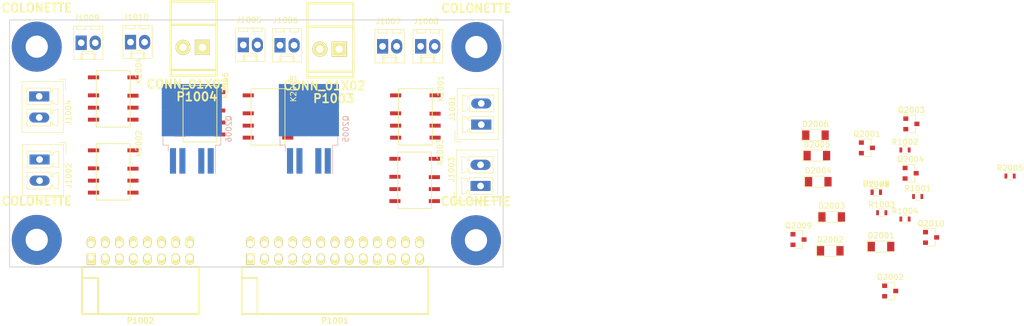
<source format=kicad_pcb>
(kicad_pcb (version 4) (host pcbnew 4.0.6)

  (general
    (links 122)
    (no_connects 105)
    (area 103.874499 85.713499 192.924501 130.377001)
    (thickness 1.6)
    (drawings 4)
    (tracks 0)
    (zones 0)
    (modules 52)
    (nets 73)
  )

  (page A4)
  (layers
    (0 F.Cu signal)
    (31 B.Cu signal)
    (32 B.Adhes user)
    (33 F.Adhes user)
    (34 B.Paste user)
    (35 F.Paste user)
    (36 B.SilkS user)
    (37 F.SilkS user)
    (38 B.Mask user)
    (39 F.Mask user)
    (40 Dwgs.User user)
    (41 Cmts.User user)
    (42 Eco1.User user)
    (43 Eco2.User user)
    (44 Edge.Cuts user)
    (45 Margin user)
    (46 B.CrtYd user)
    (47 F.CrtYd user)
    (48 B.Fab user)
    (49 F.Fab user)
  )

  (setup
    (last_trace_width 0.25)
    (trace_clearance 0.2)
    (zone_clearance 0.508)
    (zone_45_only no)
    (trace_min 0.2)
    (segment_width 0.2)
    (edge_width 0.15)
    (via_size 0.6)
    (via_drill 0.4)
    (via_min_size 0.4)
    (via_min_drill 0.3)
    (uvia_size 0.3)
    (uvia_drill 0.1)
    (uvias_allowed no)
    (uvia_min_size 0.2)
    (uvia_min_drill 0.1)
    (pcb_text_width 0.3)
    (pcb_text_size 1.5 1.5)
    (mod_edge_width 0.15)
    (mod_text_size 1 1)
    (mod_text_width 0.15)
    (pad_size 1.524 1.524)
    (pad_drill 0.762)
    (pad_to_mask_clearance 0.2)
    (aux_axis_origin 0 0)
    (visible_elements 7FFFFF7F)
    (pcbplotparams
      (layerselection 0x00030_80000001)
      (usegerberextensions false)
      (excludeedgelayer true)
      (linewidth 0.100000)
      (plotframeref false)
      (viasonmask false)
      (mode 1)
      (useauxorigin false)
      (hpglpennumber 1)
      (hpglpenspeed 20)
      (hpglpendiameter 15)
      (hpglpenoverlay 2)
      (psnegative false)
      (psa4output false)
      (plotreference true)
      (plotvalue true)
      (plotinvisibletext false)
      (padsonsilk false)
      (subtractmaskfromsilk false)
      (outputformat 1)
      (mirror false)
      (drillshape 1)
      (scaleselection 1)
      (outputdirectory ""))
  )

  (net 0 "")
  (net 1 +5VA)
  (net 2 "Net-(D2001-Pad2)")
  (net 3 "Net-(D2002-Pad2)")
  (net 4 "Net-(D2003-Pad2)")
  (net 5 "Net-(D2004-Pad2)")
  (net 6 "Net-(D2005-Pad2)")
  (net 7 "Net-(D2006-Pad2)")
  (net 8 "Net-(J1001-Pad1)")
  (net 9 /Relay/REL1)
  (net 10 "Net-(J1002-Pad1)")
  (net 11 /Relay/REL2)
  (net 12 "Net-(J1003-Pad1)")
  (net 13 /Relay/REL3)
  (net 14 "Net-(J1004-Pad1)")
  (net 15 /Relay/REL4)
  (net 16 /IO1)
  (net 17 "Net-(K1-Pad1)")
  (net 18 "Net-(K2-Pad1)")
  (net 19 "Net-(K3-Pad1)")
  (net 20 "Net-(K4-Pad1)")
  (net 21 GNDA)
  (net 22 "Net-(K2001-Pad4)")
  (net 23 "Net-(K2001-Pad5)")
  (net 24 "Net-(K2001-Pad6)")
  (net 25 "Net-(K2001-Pad7)")
  (net 26 "Net-(K2002-Pad4)")
  (net 27 "Net-(K2002-Pad5)")
  (net 28 "Net-(K2002-Pad6)")
  (net 29 "Net-(K2002-Pad7)")
  (net 30 "Net-(K2003-Pad4)")
  (net 31 "Net-(K2003-Pad5)")
  (net 32 "Net-(K2003-Pad6)")
  (net 33 "Net-(K2003-Pad7)")
  (net 34 "Net-(K2004-Pad4)")
  (net 35 "Net-(K2004-Pad5)")
  (net 36 "Net-(K2004-Pad6)")
  (net 37 "Net-(K2004-Pad7)")
  (net 38 GND)
  (net 39 /Relay/REL5A)
  (net 40 "Net-(K2005-Pad4)")
  (net 41 /Relay/REL5B)
  (net 42 /Relay/REL6A)
  (net 43 "Net-(K2006-Pad4)")
  (net 44 /Relay/REL6B)
  (net 45 /SDA1-5V)
  (net 46 /SCL1-5V)
  (net 47 /IO2)
  (net 48 /IO3)
  (net 49 /IO4)
  (net 50 /IO6)
  (net 51 /IO5)
  (net 52 /IO7)
  (net 53 /IO8)
  (net 54 /INT4)
  (net 55 /IO9)
  (net 56 /OC4-5V)
  (net 57 /OC5-5V)
  (net 58 /IO24)
  (net 59 /IO25)
  (net 60 /IO23)
  (net 61 /IO22)
  (net 62 /IO20)
  (net 63 /IO21)
  (net 64 /IO19)
  (net 65 /IO18)
  (net 66 +15V)
  (net 67 +12V)
  (net 68 +5V)
  (net 69 +5VD)
  (net 70 +3V3)
  (net 71 /Relay/SENSREL5)
  (net 72 "Net-(Q2006-Pad2)")

  (net_class Default "Ceci est la Netclass par défaut"
    (clearance 0.2)
    (trace_width 0.25)
    (via_dia 0.6)
    (via_drill 0.4)
    (uvia_dia 0.3)
    (uvia_drill 0.1)
    (add_net +12V)
    (add_net +15V)
    (add_net +3V3)
    (add_net +5V)
    (add_net +5VA)
    (add_net +5VD)
    (add_net /INT4)
    (add_net /IO1)
    (add_net /IO18)
    (add_net /IO19)
    (add_net /IO2)
    (add_net /IO20)
    (add_net /IO21)
    (add_net /IO22)
    (add_net /IO23)
    (add_net /IO24)
    (add_net /IO25)
    (add_net /IO3)
    (add_net /IO4)
    (add_net /IO5)
    (add_net /IO6)
    (add_net /IO7)
    (add_net /IO8)
    (add_net /IO9)
    (add_net /OC4-5V)
    (add_net /OC5-5V)
    (add_net /Relay/REL1)
    (add_net /Relay/REL2)
    (add_net /Relay/REL3)
    (add_net /Relay/REL4)
    (add_net /Relay/REL5A)
    (add_net /Relay/REL5B)
    (add_net /Relay/REL6A)
    (add_net /Relay/REL6B)
    (add_net /Relay/SENSREL5)
    (add_net /SCL1-5V)
    (add_net /SDA1-5V)
    (add_net GND)
    (add_net GNDA)
    (add_net "Net-(D2001-Pad2)")
    (add_net "Net-(D2002-Pad2)")
    (add_net "Net-(D2003-Pad2)")
    (add_net "Net-(D2004-Pad2)")
    (add_net "Net-(D2005-Pad2)")
    (add_net "Net-(D2006-Pad2)")
    (add_net "Net-(J1001-Pad1)")
    (add_net "Net-(J1002-Pad1)")
    (add_net "Net-(J1003-Pad1)")
    (add_net "Net-(J1004-Pad1)")
    (add_net "Net-(K1-Pad1)")
    (add_net "Net-(K2-Pad1)")
    (add_net "Net-(K2001-Pad4)")
    (add_net "Net-(K2001-Pad5)")
    (add_net "Net-(K2001-Pad6)")
    (add_net "Net-(K2001-Pad7)")
    (add_net "Net-(K2002-Pad4)")
    (add_net "Net-(K2002-Pad5)")
    (add_net "Net-(K2002-Pad6)")
    (add_net "Net-(K2002-Pad7)")
    (add_net "Net-(K2003-Pad4)")
    (add_net "Net-(K2003-Pad5)")
    (add_net "Net-(K2003-Pad6)")
    (add_net "Net-(K2003-Pad7)")
    (add_net "Net-(K2004-Pad4)")
    (add_net "Net-(K2004-Pad5)")
    (add_net "Net-(K2004-Pad6)")
    (add_net "Net-(K2004-Pad7)")
    (add_net "Net-(K2005-Pad4)")
    (add_net "Net-(K2006-Pad4)")
    (add_net "Net-(K3-Pad1)")
    (add_net "Net-(K4-Pad1)")
    (add_net "Net-(Q2006-Pad2)")
  )

  (module Diodes_SMD:D_MiniMELF (layer F.Cu) (tedit 5905D8F5) (tstamp 5A455771)
    (at 260.9215 126.619)
    (descr "Diode Mini-MELF")
    (tags "Diode Mini-MELF")
    (path /5A44F99E/5A442B5B)
    (attr smd)
    (fp_text reference D2001 (at 0 -2) (layer F.SilkS)
      (effects (font (size 1 1) (thickness 0.15)))
    )
    (fp_text value 1N4148 (at 0 1.75) (layer F.Fab)
      (effects (font (size 1 1) (thickness 0.15)))
    )
    (fp_text user %R (at 0 -2) (layer F.Fab)
      (effects (font (size 1 1) (thickness 0.15)))
    )
    (fp_line (start 1.75 -1) (end -2.55 -1) (layer F.SilkS) (width 0.12))
    (fp_line (start -2.55 -1) (end -2.55 1) (layer F.SilkS) (width 0.12))
    (fp_line (start -2.55 1) (end 1.75 1) (layer F.SilkS) (width 0.12))
    (fp_line (start 1.65 -0.8) (end 1.65 0.8) (layer F.Fab) (width 0.1))
    (fp_line (start 1.65 0.8) (end -1.65 0.8) (layer F.Fab) (width 0.1))
    (fp_line (start -1.65 0.8) (end -1.65 -0.8) (layer F.Fab) (width 0.1))
    (fp_line (start -1.65 -0.8) (end 1.65 -0.8) (layer F.Fab) (width 0.1))
    (fp_line (start 0.25 0) (end 0.75 0) (layer F.Fab) (width 0.1))
    (fp_line (start 0.25 0.4) (end -0.35 0) (layer F.Fab) (width 0.1))
    (fp_line (start 0.25 -0.4) (end 0.25 0.4) (layer F.Fab) (width 0.1))
    (fp_line (start -0.35 0) (end 0.25 -0.4) (layer F.Fab) (width 0.1))
    (fp_line (start -0.35 0) (end -0.35 0.55) (layer F.Fab) (width 0.1))
    (fp_line (start -0.35 0) (end -0.35 -0.55) (layer F.Fab) (width 0.1))
    (fp_line (start -0.75 0) (end -0.35 0) (layer F.Fab) (width 0.1))
    (fp_line (start -2.65 -1.1) (end 2.65 -1.1) (layer F.CrtYd) (width 0.05))
    (fp_line (start 2.65 -1.1) (end 2.65 1.1) (layer F.CrtYd) (width 0.05))
    (fp_line (start 2.65 1.1) (end -2.65 1.1) (layer F.CrtYd) (width 0.05))
    (fp_line (start -2.65 1.1) (end -2.65 -1.1) (layer F.CrtYd) (width 0.05))
    (pad 1 smd rect (at -1.75 0) (size 1.3 1.7) (layers F.Cu F.Paste F.Mask)
      (net 1 +5VA))
    (pad 2 smd rect (at 1.75 0) (size 1.3 1.7) (layers F.Cu F.Paste F.Mask)
      (net 2 "Net-(D2001-Pad2)"))
    (model ${KISYS3DMOD}/Diodes_SMD.3dshapes/D_MiniMELF.wrl
      (at (xyz 0 0 0))
      (scale (xyz 1 1 1))
      (rotate (xyz 0 0 0))
    )
  )

  (module Diodes_SMD:D_MiniMELF (layer F.Cu) (tedit 5905D8F5) (tstamp 5A45578A)
    (at 251.7775 127.381)
    (descr "Diode Mini-MELF")
    (tags "Diode Mini-MELF")
    (path /5A44F99E/5A4469B8)
    (attr smd)
    (fp_text reference D2002 (at 0 -2) (layer F.SilkS)
      (effects (font (size 1 1) (thickness 0.15)))
    )
    (fp_text value 1N4148 (at 0 1.75) (layer F.Fab)
      (effects (font (size 1 1) (thickness 0.15)))
    )
    (fp_text user %R (at 0 -2) (layer F.Fab)
      (effects (font (size 1 1) (thickness 0.15)))
    )
    (fp_line (start 1.75 -1) (end -2.55 -1) (layer F.SilkS) (width 0.12))
    (fp_line (start -2.55 -1) (end -2.55 1) (layer F.SilkS) (width 0.12))
    (fp_line (start -2.55 1) (end 1.75 1) (layer F.SilkS) (width 0.12))
    (fp_line (start 1.65 -0.8) (end 1.65 0.8) (layer F.Fab) (width 0.1))
    (fp_line (start 1.65 0.8) (end -1.65 0.8) (layer F.Fab) (width 0.1))
    (fp_line (start -1.65 0.8) (end -1.65 -0.8) (layer F.Fab) (width 0.1))
    (fp_line (start -1.65 -0.8) (end 1.65 -0.8) (layer F.Fab) (width 0.1))
    (fp_line (start 0.25 0) (end 0.75 0) (layer F.Fab) (width 0.1))
    (fp_line (start 0.25 0.4) (end -0.35 0) (layer F.Fab) (width 0.1))
    (fp_line (start 0.25 -0.4) (end 0.25 0.4) (layer F.Fab) (width 0.1))
    (fp_line (start -0.35 0) (end 0.25 -0.4) (layer F.Fab) (width 0.1))
    (fp_line (start -0.35 0) (end -0.35 0.55) (layer F.Fab) (width 0.1))
    (fp_line (start -0.35 0) (end -0.35 -0.55) (layer F.Fab) (width 0.1))
    (fp_line (start -0.75 0) (end -0.35 0) (layer F.Fab) (width 0.1))
    (fp_line (start -2.65 -1.1) (end 2.65 -1.1) (layer F.CrtYd) (width 0.05))
    (fp_line (start 2.65 -1.1) (end 2.65 1.1) (layer F.CrtYd) (width 0.05))
    (fp_line (start 2.65 1.1) (end -2.65 1.1) (layer F.CrtYd) (width 0.05))
    (fp_line (start -2.65 1.1) (end -2.65 -1.1) (layer F.CrtYd) (width 0.05))
    (pad 1 smd rect (at -1.75 0) (size 1.3 1.7) (layers F.Cu F.Paste F.Mask)
      (net 1 +5VA))
    (pad 2 smd rect (at 1.75 0) (size 1.3 1.7) (layers F.Cu F.Paste F.Mask)
      (net 3 "Net-(D2002-Pad2)"))
    (model ${KISYS3DMOD}/Diodes_SMD.3dshapes/D_MiniMELF.wrl
      (at (xyz 0 0 0))
      (scale (xyz 1 1 1))
      (rotate (xyz 0 0 0))
    )
  )

  (module Diodes_SMD:D_MiniMELF (layer F.Cu) (tedit 5905D8F5) (tstamp 5A4557A3)
    (at 252.0315 121.285)
    (descr "Diode Mini-MELF")
    (tags "Diode Mini-MELF")
    (path /5A44F99E/5A446C72)
    (attr smd)
    (fp_text reference D2003 (at 0 -2) (layer F.SilkS)
      (effects (font (size 1 1) (thickness 0.15)))
    )
    (fp_text value 1N4148 (at 0 1.75) (layer F.Fab)
      (effects (font (size 1 1) (thickness 0.15)))
    )
    (fp_text user %R (at 0 -2) (layer F.Fab)
      (effects (font (size 1 1) (thickness 0.15)))
    )
    (fp_line (start 1.75 -1) (end -2.55 -1) (layer F.SilkS) (width 0.12))
    (fp_line (start -2.55 -1) (end -2.55 1) (layer F.SilkS) (width 0.12))
    (fp_line (start -2.55 1) (end 1.75 1) (layer F.SilkS) (width 0.12))
    (fp_line (start 1.65 -0.8) (end 1.65 0.8) (layer F.Fab) (width 0.1))
    (fp_line (start 1.65 0.8) (end -1.65 0.8) (layer F.Fab) (width 0.1))
    (fp_line (start -1.65 0.8) (end -1.65 -0.8) (layer F.Fab) (width 0.1))
    (fp_line (start -1.65 -0.8) (end 1.65 -0.8) (layer F.Fab) (width 0.1))
    (fp_line (start 0.25 0) (end 0.75 0) (layer F.Fab) (width 0.1))
    (fp_line (start 0.25 0.4) (end -0.35 0) (layer F.Fab) (width 0.1))
    (fp_line (start 0.25 -0.4) (end 0.25 0.4) (layer F.Fab) (width 0.1))
    (fp_line (start -0.35 0) (end 0.25 -0.4) (layer F.Fab) (width 0.1))
    (fp_line (start -0.35 0) (end -0.35 0.55) (layer F.Fab) (width 0.1))
    (fp_line (start -0.35 0) (end -0.35 -0.55) (layer F.Fab) (width 0.1))
    (fp_line (start -0.75 0) (end -0.35 0) (layer F.Fab) (width 0.1))
    (fp_line (start -2.65 -1.1) (end 2.65 -1.1) (layer F.CrtYd) (width 0.05))
    (fp_line (start 2.65 -1.1) (end 2.65 1.1) (layer F.CrtYd) (width 0.05))
    (fp_line (start 2.65 1.1) (end -2.65 1.1) (layer F.CrtYd) (width 0.05))
    (fp_line (start -2.65 1.1) (end -2.65 -1.1) (layer F.CrtYd) (width 0.05))
    (pad 1 smd rect (at -1.75 0) (size 1.3 1.7) (layers F.Cu F.Paste F.Mask)
      (net 1 +5VA))
    (pad 2 smd rect (at 1.75 0) (size 1.3 1.7) (layers F.Cu F.Paste F.Mask)
      (net 4 "Net-(D2003-Pad2)"))
    (model ${KISYS3DMOD}/Diodes_SMD.3dshapes/D_MiniMELF.wrl
      (at (xyz 0 0 0))
      (scale (xyz 1 1 1))
      (rotate (xyz 0 0 0))
    )
  )

  (module Diodes_SMD:D_MiniMELF (layer F.Cu) (tedit 5905D8F5) (tstamp 5A4557BC)
    (at 249.6185 114.935)
    (descr "Diode Mini-MELF")
    (tags "Diode Mini-MELF")
    (path /5A44F99E/5A446CC0)
    (attr smd)
    (fp_text reference D2004 (at 0 -2) (layer F.SilkS)
      (effects (font (size 1 1) (thickness 0.15)))
    )
    (fp_text value 1N4148 (at 0 1.75) (layer F.Fab)
      (effects (font (size 1 1) (thickness 0.15)))
    )
    (fp_text user %R (at 0 -2) (layer F.Fab)
      (effects (font (size 1 1) (thickness 0.15)))
    )
    (fp_line (start 1.75 -1) (end -2.55 -1) (layer F.SilkS) (width 0.12))
    (fp_line (start -2.55 -1) (end -2.55 1) (layer F.SilkS) (width 0.12))
    (fp_line (start -2.55 1) (end 1.75 1) (layer F.SilkS) (width 0.12))
    (fp_line (start 1.65 -0.8) (end 1.65 0.8) (layer F.Fab) (width 0.1))
    (fp_line (start 1.65 0.8) (end -1.65 0.8) (layer F.Fab) (width 0.1))
    (fp_line (start -1.65 0.8) (end -1.65 -0.8) (layer F.Fab) (width 0.1))
    (fp_line (start -1.65 -0.8) (end 1.65 -0.8) (layer F.Fab) (width 0.1))
    (fp_line (start 0.25 0) (end 0.75 0) (layer F.Fab) (width 0.1))
    (fp_line (start 0.25 0.4) (end -0.35 0) (layer F.Fab) (width 0.1))
    (fp_line (start 0.25 -0.4) (end 0.25 0.4) (layer F.Fab) (width 0.1))
    (fp_line (start -0.35 0) (end 0.25 -0.4) (layer F.Fab) (width 0.1))
    (fp_line (start -0.35 0) (end -0.35 0.55) (layer F.Fab) (width 0.1))
    (fp_line (start -0.35 0) (end -0.35 -0.55) (layer F.Fab) (width 0.1))
    (fp_line (start -0.75 0) (end -0.35 0) (layer F.Fab) (width 0.1))
    (fp_line (start -2.65 -1.1) (end 2.65 -1.1) (layer F.CrtYd) (width 0.05))
    (fp_line (start 2.65 -1.1) (end 2.65 1.1) (layer F.CrtYd) (width 0.05))
    (fp_line (start 2.65 1.1) (end -2.65 1.1) (layer F.CrtYd) (width 0.05))
    (fp_line (start -2.65 1.1) (end -2.65 -1.1) (layer F.CrtYd) (width 0.05))
    (pad 1 smd rect (at -1.75 0) (size 1.3 1.7) (layers F.Cu F.Paste F.Mask)
      (net 1 +5VA))
    (pad 2 smd rect (at 1.75 0) (size 1.3 1.7) (layers F.Cu F.Paste F.Mask)
      (net 5 "Net-(D2004-Pad2)"))
    (model ${KISYS3DMOD}/Diodes_SMD.3dshapes/D_MiniMELF.wrl
      (at (xyz 0 0 0))
      (scale (xyz 1 1 1))
      (rotate (xyz 0 0 0))
    )
  )

  (module Diodes_SMD:D_MiniMELF (layer F.Cu) (tedit 5905D8F5) (tstamp 5A4557D5)
    (at 249.3645 110.236)
    (descr "Diode Mini-MELF")
    (tags "Diode Mini-MELF")
    (path /5A44F99E/5A44704C)
    (attr smd)
    (fp_text reference D2005 (at 0 -2) (layer F.SilkS)
      (effects (font (size 1 1) (thickness 0.15)))
    )
    (fp_text value 1N4148 (at 0 1.75) (layer F.Fab)
      (effects (font (size 1 1) (thickness 0.15)))
    )
    (fp_text user %R (at 0 -2) (layer F.Fab)
      (effects (font (size 1 1) (thickness 0.15)))
    )
    (fp_line (start 1.75 -1) (end -2.55 -1) (layer F.SilkS) (width 0.12))
    (fp_line (start -2.55 -1) (end -2.55 1) (layer F.SilkS) (width 0.12))
    (fp_line (start -2.55 1) (end 1.75 1) (layer F.SilkS) (width 0.12))
    (fp_line (start 1.65 -0.8) (end 1.65 0.8) (layer F.Fab) (width 0.1))
    (fp_line (start 1.65 0.8) (end -1.65 0.8) (layer F.Fab) (width 0.1))
    (fp_line (start -1.65 0.8) (end -1.65 -0.8) (layer F.Fab) (width 0.1))
    (fp_line (start -1.65 -0.8) (end 1.65 -0.8) (layer F.Fab) (width 0.1))
    (fp_line (start 0.25 0) (end 0.75 0) (layer F.Fab) (width 0.1))
    (fp_line (start 0.25 0.4) (end -0.35 0) (layer F.Fab) (width 0.1))
    (fp_line (start 0.25 -0.4) (end 0.25 0.4) (layer F.Fab) (width 0.1))
    (fp_line (start -0.35 0) (end 0.25 -0.4) (layer F.Fab) (width 0.1))
    (fp_line (start -0.35 0) (end -0.35 0.55) (layer F.Fab) (width 0.1))
    (fp_line (start -0.35 0) (end -0.35 -0.55) (layer F.Fab) (width 0.1))
    (fp_line (start -0.75 0) (end -0.35 0) (layer F.Fab) (width 0.1))
    (fp_line (start -2.65 -1.1) (end 2.65 -1.1) (layer F.CrtYd) (width 0.05))
    (fp_line (start 2.65 -1.1) (end 2.65 1.1) (layer F.CrtYd) (width 0.05))
    (fp_line (start 2.65 1.1) (end -2.65 1.1) (layer F.CrtYd) (width 0.05))
    (fp_line (start -2.65 1.1) (end -2.65 -1.1) (layer F.CrtYd) (width 0.05))
    (pad 1 smd rect (at -1.75 0) (size 1.3 1.7) (layers F.Cu F.Paste F.Mask)
      (net 1 +5VA))
    (pad 2 smd rect (at 1.75 0) (size 1.3 1.7) (layers F.Cu F.Paste F.Mask)
      (net 6 "Net-(D2005-Pad2)"))
    (model ${KISYS3DMOD}/Diodes_SMD.3dshapes/D_MiniMELF.wrl
      (at (xyz 0 0 0))
      (scale (xyz 1 1 1))
      (rotate (xyz 0 0 0))
    )
  )

  (module Diodes_SMD:D_MiniMELF (layer F.Cu) (tedit 5905D8F5) (tstamp 5A4557EE)
    (at 249.1105 106.553)
    (descr "Diode Mini-MELF")
    (tags "Diode Mini-MELF")
    (path /5A44F99E/5A44ACE4)
    (attr smd)
    (fp_text reference D2006 (at 0 -2) (layer F.SilkS)
      (effects (font (size 1 1) (thickness 0.15)))
    )
    (fp_text value 1N4148 (at 0 1.75) (layer F.Fab)
      (effects (font (size 1 1) (thickness 0.15)))
    )
    (fp_text user %R (at 0 -2) (layer F.Fab)
      (effects (font (size 1 1) (thickness 0.15)))
    )
    (fp_line (start 1.75 -1) (end -2.55 -1) (layer F.SilkS) (width 0.12))
    (fp_line (start -2.55 -1) (end -2.55 1) (layer F.SilkS) (width 0.12))
    (fp_line (start -2.55 1) (end 1.75 1) (layer F.SilkS) (width 0.12))
    (fp_line (start 1.65 -0.8) (end 1.65 0.8) (layer F.Fab) (width 0.1))
    (fp_line (start 1.65 0.8) (end -1.65 0.8) (layer F.Fab) (width 0.1))
    (fp_line (start -1.65 0.8) (end -1.65 -0.8) (layer F.Fab) (width 0.1))
    (fp_line (start -1.65 -0.8) (end 1.65 -0.8) (layer F.Fab) (width 0.1))
    (fp_line (start 0.25 0) (end 0.75 0) (layer F.Fab) (width 0.1))
    (fp_line (start 0.25 0.4) (end -0.35 0) (layer F.Fab) (width 0.1))
    (fp_line (start 0.25 -0.4) (end 0.25 0.4) (layer F.Fab) (width 0.1))
    (fp_line (start -0.35 0) (end 0.25 -0.4) (layer F.Fab) (width 0.1))
    (fp_line (start -0.35 0) (end -0.35 0.55) (layer F.Fab) (width 0.1))
    (fp_line (start -0.35 0) (end -0.35 -0.55) (layer F.Fab) (width 0.1))
    (fp_line (start -0.75 0) (end -0.35 0) (layer F.Fab) (width 0.1))
    (fp_line (start -2.65 -1.1) (end 2.65 -1.1) (layer F.CrtYd) (width 0.05))
    (fp_line (start 2.65 -1.1) (end 2.65 1.1) (layer F.CrtYd) (width 0.05))
    (fp_line (start 2.65 1.1) (end -2.65 1.1) (layer F.CrtYd) (width 0.05))
    (fp_line (start -2.65 1.1) (end -2.65 -1.1) (layer F.CrtYd) (width 0.05))
    (pad 1 smd rect (at -1.75 0) (size 1.3 1.7) (layers F.Cu F.Paste F.Mask)
      (net 1 +5VA))
    (pad 2 smd rect (at 1.75 0) (size 1.3 1.7) (layers F.Cu F.Paste F.Mask)
      (net 7 "Net-(D2006-Pad2)"))
    (model ${KISYS3DMOD}/Diodes_SMD.3dshapes/D_MiniMELF.wrl
      (at (xyz 0 0 0))
      (scale (xyz 1 1 1))
      (rotate (xyz 0 0 0))
    )
  )

  (module Connectors_Phoenix:PhoenixContact_MCV-G_02x3.81mm_Vertical (layer F.Cu) (tedit 5A455F4C) (tstamp 5A455821)
    (at 188.9125 104.648 90)
    (descr "Generic Phoenix Contact connector footprint for series: MCV-G; number of pins: 02; pin pitch: 3.81mm; Vertical || order number: 1803426 8A 160V")
    (tags "phoenix_contact connector MCV_01x02_G_3.81mm")
    (path /5A45AFF8)
    (fp_text reference J1001 (at 2.905 -5.25 90) (layer F.SilkS)
      (effects (font (size 1 1) (thickness 0.15)))
    )
    (fp_text value CONN_01X02 (at 1.905 4 90) (layer F.Fab) hide
      (effects (font (size 1 1) (thickness 0.15)))
    )
    (fp_arc (start 0 3.95) (end -0.75 2.25) (angle 47.6) (layer F.SilkS) (width 0.12))
    (fp_arc (start 3.81 3.95) (end 3.06 2.25) (angle 47.6) (layer F.SilkS) (width 0.12))
    (fp_line (start -2.68 -4.33) (end -2.68 3.08) (layer F.SilkS) (width 0.12))
    (fp_line (start -2.68 3.08) (end 6.49 3.08) (layer F.SilkS) (width 0.12))
    (fp_line (start 6.49 3.08) (end 6.49 -4.33) (layer F.SilkS) (width 0.12))
    (fp_line (start 6.49 -4.33) (end -2.68 -4.33) (layer F.SilkS) (width 0.12))
    (fp_line (start -2.6 -4.25) (end -2.6 3) (layer F.Fab) (width 0.1))
    (fp_line (start -2.6 3) (end 6.41 3) (layer F.Fab) (width 0.1))
    (fp_line (start 6.41 3) (end 6.41 -4.25) (layer F.Fab) (width 0.1))
    (fp_line (start 6.41 -4.25) (end -2.6 -4.25) (layer F.Fab) (width 0.1))
    (fp_line (start -0.75 2.25) (end -1.5 2.25) (layer F.SilkS) (width 0.12))
    (fp_line (start -1.5 2.25) (end -1.5 -2.05) (layer F.SilkS) (width 0.12))
    (fp_line (start -1.5 -2.05) (end -0.75 -2.05) (layer F.SilkS) (width 0.12))
    (fp_line (start -0.75 -2.05) (end -0.75 -2.4) (layer F.SilkS) (width 0.12))
    (fp_line (start -0.75 -2.4) (end -1.25 -2.4) (layer F.SilkS) (width 0.12))
    (fp_line (start -1.25 -2.4) (end -1.5 -3.4) (layer F.SilkS) (width 0.12))
    (fp_line (start -1.5 -3.4) (end 1.5 -3.4) (layer F.SilkS) (width 0.12))
    (fp_line (start 1.5 -3.4) (end 1.25 -2.4) (layer F.SilkS) (width 0.12))
    (fp_line (start 1.25 -2.4) (end 0.75 -2.4) (layer F.SilkS) (width 0.12))
    (fp_line (start 0.75 -2.4) (end 0.75 -2.05) (layer F.SilkS) (width 0.12))
    (fp_line (start 0.75 -2.05) (end 1.5 -2.05) (layer F.SilkS) (width 0.12))
    (fp_line (start 1.5 -2.05) (end 1.5 2.25) (layer F.SilkS) (width 0.12))
    (fp_line (start 1.5 2.25) (end 0.75 2.25) (layer F.SilkS) (width 0.12))
    (fp_line (start 3.06 2.25) (end 2.31 2.25) (layer F.SilkS) (width 0.12))
    (fp_line (start 2.31 2.25) (end 2.31 -2.05) (layer F.SilkS) (width 0.12))
    (fp_line (start 2.31 -2.05) (end 3.06 -2.05) (layer F.SilkS) (width 0.12))
    (fp_line (start 3.06 -2.05) (end 3.06 -2.4) (layer F.SilkS) (width 0.12))
    (fp_line (start 3.06 -2.4) (end 2.56 -2.4) (layer F.SilkS) (width 0.12))
    (fp_line (start 2.56 -2.4) (end 2.31 -3.4) (layer F.SilkS) (width 0.12))
    (fp_line (start 2.31 -3.4) (end 5.31 -3.4) (layer F.SilkS) (width 0.12))
    (fp_line (start 5.31 -3.4) (end 5.06 -2.4) (layer F.SilkS) (width 0.12))
    (fp_line (start 5.06 -2.4) (end 4.56 -2.4) (layer F.SilkS) (width 0.12))
    (fp_line (start 4.56 -2.4) (end 4.56 -2.05) (layer F.SilkS) (width 0.12))
    (fp_line (start 4.56 -2.05) (end 5.31 -2.05) (layer F.SilkS) (width 0.12))
    (fp_line (start 5.31 -2.05) (end 5.31 2.25) (layer F.SilkS) (width 0.12))
    (fp_line (start 5.31 2.25) (end 4.56 2.25) (layer F.SilkS) (width 0.12))
    (fp_line (start -3.1 -4.75) (end -3.1 3.5) (layer F.CrtYd) (width 0.05))
    (fp_line (start -3.1 3.5) (end 6.91 3.5) (layer F.CrtYd) (width 0.05))
    (fp_line (start 6.91 3.5) (end 6.91 -4.75) (layer F.CrtYd) (width 0.05))
    (fp_line (start 6.91 -4.75) (end -3.1 -4.75) (layer F.CrtYd) (width 0.05))
    (fp_line (start -3.1 -3.5) (end -3.1 -4.75) (layer F.SilkS) (width 0.12))
    (fp_line (start -3.1 -4.75) (end -1.1 -4.75) (layer F.SilkS) (width 0.12))
    (fp_line (start -3.1 -3.5) (end -3.1 -4.75) (layer F.Fab) (width 0.1))
    (fp_line (start -3.1 -4.75) (end -1.1 -4.75) (layer F.Fab) (width 0.1))
    (fp_text user %R (at 1.905 -3 90) (layer F.Fab)
      (effects (font (size 1 1) (thickness 0.15)))
    )
    (pad 1 thru_hole rect (at 0 0 90) (size 1.8 3.6) (drill 1.2) (layers *.Cu *.Mask)
      (net 8 "Net-(J1001-Pad1)"))
    (pad 2 thru_hole oval (at 3.81 0 90) (size 1.8 3.6) (drill 1.2) (layers *.Cu *.Mask)
      (net 9 /Relay/REL1))
    (model ${KISYS3DMOD}/Connectors_Phoenix.3dshapes/PhoenixContact_MCV-G_02x3.81mm_Vertical.wrl
      (at (xyz 0 0 0))
      (scale (xyz 1 1 1))
      (rotate (xyz 0 0 0))
    )
  )

  (module Connectors_Phoenix:PhoenixContact_MCV-G_02x3.81mm_Vertical (layer F.Cu) (tedit 5A455F48) (tstamp 5A455854)
    (at 109.347 110.9345 270)
    (descr "Generic Phoenix Contact connector footprint for series: MCV-G; number of pins: 02; pin pitch: 3.81mm; Vertical || order number: 1803426 8A 160V")
    (tags "phoenix_contact connector MCV_01x02_G_3.81mm")
    (path /5A45B158)
    (fp_text reference J1002 (at 2.905 -5.25 270) (layer F.SilkS)
      (effects (font (size 1 1) (thickness 0.15)))
    )
    (fp_text value CONN_01X02 (at 1.905 4 270) (layer F.Fab) hide
      (effects (font (size 1 1) (thickness 0.15)))
    )
    (fp_arc (start 0 3.95) (end -0.75 2.25) (angle 47.6) (layer F.SilkS) (width 0.12))
    (fp_arc (start 3.81 3.95) (end 3.06 2.25) (angle 47.6) (layer F.SilkS) (width 0.12))
    (fp_line (start -2.68 -4.33) (end -2.68 3.08) (layer F.SilkS) (width 0.12))
    (fp_line (start -2.68 3.08) (end 6.49 3.08) (layer F.SilkS) (width 0.12))
    (fp_line (start 6.49 3.08) (end 6.49 -4.33) (layer F.SilkS) (width 0.12))
    (fp_line (start 6.49 -4.33) (end -2.68 -4.33) (layer F.SilkS) (width 0.12))
    (fp_line (start -2.6 -4.25) (end -2.6 3) (layer F.Fab) (width 0.1))
    (fp_line (start -2.6 3) (end 6.41 3) (layer F.Fab) (width 0.1))
    (fp_line (start 6.41 3) (end 6.41 -4.25) (layer F.Fab) (width 0.1))
    (fp_line (start 6.41 -4.25) (end -2.6 -4.25) (layer F.Fab) (width 0.1))
    (fp_line (start -0.75 2.25) (end -1.5 2.25) (layer F.SilkS) (width 0.12))
    (fp_line (start -1.5 2.25) (end -1.5 -2.05) (layer F.SilkS) (width 0.12))
    (fp_line (start -1.5 -2.05) (end -0.75 -2.05) (layer F.SilkS) (width 0.12))
    (fp_line (start -0.75 -2.05) (end -0.75 -2.4) (layer F.SilkS) (width 0.12))
    (fp_line (start -0.75 -2.4) (end -1.25 -2.4) (layer F.SilkS) (width 0.12))
    (fp_line (start -1.25 -2.4) (end -1.5 -3.4) (layer F.SilkS) (width 0.12))
    (fp_line (start -1.5 -3.4) (end 1.5 -3.4) (layer F.SilkS) (width 0.12))
    (fp_line (start 1.5 -3.4) (end 1.25 -2.4) (layer F.SilkS) (width 0.12))
    (fp_line (start 1.25 -2.4) (end 0.75 -2.4) (layer F.SilkS) (width 0.12))
    (fp_line (start 0.75 -2.4) (end 0.75 -2.05) (layer F.SilkS) (width 0.12))
    (fp_line (start 0.75 -2.05) (end 1.5 -2.05) (layer F.SilkS) (width 0.12))
    (fp_line (start 1.5 -2.05) (end 1.5 2.25) (layer F.SilkS) (width 0.12))
    (fp_line (start 1.5 2.25) (end 0.75 2.25) (layer F.SilkS) (width 0.12))
    (fp_line (start 3.06 2.25) (end 2.31 2.25) (layer F.SilkS) (width 0.12))
    (fp_line (start 2.31 2.25) (end 2.31 -2.05) (layer F.SilkS) (width 0.12))
    (fp_line (start 2.31 -2.05) (end 3.06 -2.05) (layer F.SilkS) (width 0.12))
    (fp_line (start 3.06 -2.05) (end 3.06 -2.4) (layer F.SilkS) (width 0.12))
    (fp_line (start 3.06 -2.4) (end 2.56 -2.4) (layer F.SilkS) (width 0.12))
    (fp_line (start 2.56 -2.4) (end 2.31 -3.4) (layer F.SilkS) (width 0.12))
    (fp_line (start 2.31 -3.4) (end 5.31 -3.4) (layer F.SilkS) (width 0.12))
    (fp_line (start 5.31 -3.4) (end 5.06 -2.4) (layer F.SilkS) (width 0.12))
    (fp_line (start 5.06 -2.4) (end 4.56 -2.4) (layer F.SilkS) (width 0.12))
    (fp_line (start 4.56 -2.4) (end 4.56 -2.05) (layer F.SilkS) (width 0.12))
    (fp_line (start 4.56 -2.05) (end 5.31 -2.05) (layer F.SilkS) (width 0.12))
    (fp_line (start 5.31 -2.05) (end 5.31 2.25) (layer F.SilkS) (width 0.12))
    (fp_line (start 5.31 2.25) (end 4.56 2.25) (layer F.SilkS) (width 0.12))
    (fp_line (start -3.1 -4.75) (end -3.1 3.5) (layer F.CrtYd) (width 0.05))
    (fp_line (start -3.1 3.5) (end 6.91 3.5) (layer F.CrtYd) (width 0.05))
    (fp_line (start 6.91 3.5) (end 6.91 -4.75) (layer F.CrtYd) (width 0.05))
    (fp_line (start 6.91 -4.75) (end -3.1 -4.75) (layer F.CrtYd) (width 0.05))
    (fp_line (start -3.1 -3.5) (end -3.1 -4.75) (layer F.SilkS) (width 0.12))
    (fp_line (start -3.1 -4.75) (end -1.1 -4.75) (layer F.SilkS) (width 0.12))
    (fp_line (start -3.1 -3.5) (end -3.1 -4.75) (layer F.Fab) (width 0.1))
    (fp_line (start -3.1 -4.75) (end -1.1 -4.75) (layer F.Fab) (width 0.1))
    (fp_text user %R (at 1.905 -3 270) (layer F.Fab)
      (effects (font (size 1 1) (thickness 0.15)))
    )
    (pad 1 thru_hole rect (at 0 0 270) (size 1.8 3.6) (drill 1.2) (layers *.Cu *.Mask)
      (net 10 "Net-(J1002-Pad1)"))
    (pad 2 thru_hole oval (at 3.81 0 270) (size 1.8 3.6) (drill 1.2) (layers *.Cu *.Mask)
      (net 11 /Relay/REL2))
    (model ${KISYS3DMOD}/Connectors_Phoenix.3dshapes/PhoenixContact_MCV-G_02x3.81mm_Vertical.wrl
      (at (xyz 0 0 0))
      (scale (xyz 1 1 1))
      (rotate (xyz 0 0 0))
    )
  )

  (module Connectors_Phoenix:PhoenixContact_MCV-G_02x3.81mm_Vertical (layer F.Cu) (tedit 5A455F50) (tstamp 5A455887)
    (at 188.7855 115.697 90)
    (descr "Generic Phoenix Contact connector footprint for series: MCV-G; number of pins: 02; pin pitch: 3.81mm; Vertical || order number: 1803426 8A 160V")
    (tags "phoenix_contact connector MCV_01x02_G_3.81mm")
    (path /5A45B1FD)
    (fp_text reference J1003 (at 2.905 -5.25 90) (layer F.SilkS)
      (effects (font (size 1 1) (thickness 0.15)))
    )
    (fp_text value CONN_01X02 (at 1.905 4 90) (layer F.Fab) hide
      (effects (font (size 1 1) (thickness 0.15)))
    )
    (fp_arc (start 0 3.95) (end -0.75 2.25) (angle 47.6) (layer F.SilkS) (width 0.12))
    (fp_arc (start 3.81 3.95) (end 3.06 2.25) (angle 47.6) (layer F.SilkS) (width 0.12))
    (fp_line (start -2.68 -4.33) (end -2.68 3.08) (layer F.SilkS) (width 0.12))
    (fp_line (start -2.68 3.08) (end 6.49 3.08) (layer F.SilkS) (width 0.12))
    (fp_line (start 6.49 3.08) (end 6.49 -4.33) (layer F.SilkS) (width 0.12))
    (fp_line (start 6.49 -4.33) (end -2.68 -4.33) (layer F.SilkS) (width 0.12))
    (fp_line (start -2.6 -4.25) (end -2.6 3) (layer F.Fab) (width 0.1))
    (fp_line (start -2.6 3) (end 6.41 3) (layer F.Fab) (width 0.1))
    (fp_line (start 6.41 3) (end 6.41 -4.25) (layer F.Fab) (width 0.1))
    (fp_line (start 6.41 -4.25) (end -2.6 -4.25) (layer F.Fab) (width 0.1))
    (fp_line (start -0.75 2.25) (end -1.5 2.25) (layer F.SilkS) (width 0.12))
    (fp_line (start -1.5 2.25) (end -1.5 -2.05) (layer F.SilkS) (width 0.12))
    (fp_line (start -1.5 -2.05) (end -0.75 -2.05) (layer F.SilkS) (width 0.12))
    (fp_line (start -0.75 -2.05) (end -0.75 -2.4) (layer F.SilkS) (width 0.12))
    (fp_line (start -0.75 -2.4) (end -1.25 -2.4) (layer F.SilkS) (width 0.12))
    (fp_line (start -1.25 -2.4) (end -1.5 -3.4) (layer F.SilkS) (width 0.12))
    (fp_line (start -1.5 -3.4) (end 1.5 -3.4) (layer F.SilkS) (width 0.12))
    (fp_line (start 1.5 -3.4) (end 1.25 -2.4) (layer F.SilkS) (width 0.12))
    (fp_line (start 1.25 -2.4) (end 0.75 -2.4) (layer F.SilkS) (width 0.12))
    (fp_line (start 0.75 -2.4) (end 0.75 -2.05) (layer F.SilkS) (width 0.12))
    (fp_line (start 0.75 -2.05) (end 1.5 -2.05) (layer F.SilkS) (width 0.12))
    (fp_line (start 1.5 -2.05) (end 1.5 2.25) (layer F.SilkS) (width 0.12))
    (fp_line (start 1.5 2.25) (end 0.75 2.25) (layer F.SilkS) (width 0.12))
    (fp_line (start 3.06 2.25) (end 2.31 2.25) (layer F.SilkS) (width 0.12))
    (fp_line (start 2.31 2.25) (end 2.31 -2.05) (layer F.SilkS) (width 0.12))
    (fp_line (start 2.31 -2.05) (end 3.06 -2.05) (layer F.SilkS) (width 0.12))
    (fp_line (start 3.06 -2.05) (end 3.06 -2.4) (layer F.SilkS) (width 0.12))
    (fp_line (start 3.06 -2.4) (end 2.56 -2.4) (layer F.SilkS) (width 0.12))
    (fp_line (start 2.56 -2.4) (end 2.31 -3.4) (layer F.SilkS) (width 0.12))
    (fp_line (start 2.31 -3.4) (end 5.31 -3.4) (layer F.SilkS) (width 0.12))
    (fp_line (start 5.31 -3.4) (end 5.06 -2.4) (layer F.SilkS) (width 0.12))
    (fp_line (start 5.06 -2.4) (end 4.56 -2.4) (layer F.SilkS) (width 0.12))
    (fp_line (start 4.56 -2.4) (end 4.56 -2.05) (layer F.SilkS) (width 0.12))
    (fp_line (start 4.56 -2.05) (end 5.31 -2.05) (layer F.SilkS) (width 0.12))
    (fp_line (start 5.31 -2.05) (end 5.31 2.25) (layer F.SilkS) (width 0.12))
    (fp_line (start 5.31 2.25) (end 4.56 2.25) (layer F.SilkS) (width 0.12))
    (fp_line (start -3.1 -4.75) (end -3.1 3.5) (layer F.CrtYd) (width 0.05))
    (fp_line (start -3.1 3.5) (end 6.91 3.5) (layer F.CrtYd) (width 0.05))
    (fp_line (start 6.91 3.5) (end 6.91 -4.75) (layer F.CrtYd) (width 0.05))
    (fp_line (start 6.91 -4.75) (end -3.1 -4.75) (layer F.CrtYd) (width 0.05))
    (fp_line (start -3.1 -3.5) (end -3.1 -4.75) (layer F.SilkS) (width 0.12))
    (fp_line (start -3.1 -4.75) (end -1.1 -4.75) (layer F.SilkS) (width 0.12))
    (fp_line (start -3.1 -3.5) (end -3.1 -4.75) (layer F.Fab) (width 0.1))
    (fp_line (start -3.1 -4.75) (end -1.1 -4.75) (layer F.Fab) (width 0.1))
    (fp_text user %R (at 1.905 -3 90) (layer F.Fab)
      (effects (font (size 1 1) (thickness 0.15)))
    )
    (pad 1 thru_hole rect (at 0 0 90) (size 1.8 3.6) (drill 1.2) (layers *.Cu *.Mask)
      (net 12 "Net-(J1003-Pad1)"))
    (pad 2 thru_hole oval (at 3.81 0 90) (size 1.8 3.6) (drill 1.2) (layers *.Cu *.Mask)
      (net 13 /Relay/REL3))
    (model ${KISYS3DMOD}/Connectors_Phoenix.3dshapes/PhoenixContact_MCV-G_02x3.81mm_Vertical.wrl
      (at (xyz 0 0 0))
      (scale (xyz 1 1 1))
      (rotate (xyz 0 0 0))
    )
  )

  (module Connectors_Phoenix:PhoenixContact_MCV-G_02x3.81mm_Vertical (layer F.Cu) (tedit 5A455F44) (tstamp 5A4558BA)
    (at 109.2835 99.568 270)
    (descr "Generic Phoenix Contact connector footprint for series: MCV-G; number of pins: 02; pin pitch: 3.81mm; Vertical || order number: 1803426 8A 160V")
    (tags "phoenix_contact connector MCV_01x02_G_3.81mm")
    (path /5A45B2AA)
    (fp_text reference J1004 (at 2.905 -5.25 270) (layer F.SilkS)
      (effects (font (size 1 1) (thickness 0.15)))
    )
    (fp_text value CONN_01X02 (at 1.905 4 270) (layer F.Fab) hide
      (effects (font (size 1 1) (thickness 0.15)))
    )
    (fp_arc (start 0 3.95) (end -0.75 2.25) (angle 47.6) (layer F.SilkS) (width 0.12))
    (fp_arc (start 3.81 3.95) (end 3.06 2.25) (angle 47.6) (layer F.SilkS) (width 0.12))
    (fp_line (start -2.68 -4.33) (end -2.68 3.08) (layer F.SilkS) (width 0.12))
    (fp_line (start -2.68 3.08) (end 6.49 3.08) (layer F.SilkS) (width 0.12))
    (fp_line (start 6.49 3.08) (end 6.49 -4.33) (layer F.SilkS) (width 0.12))
    (fp_line (start 6.49 -4.33) (end -2.68 -4.33) (layer F.SilkS) (width 0.12))
    (fp_line (start -2.6 -4.25) (end -2.6 3) (layer F.Fab) (width 0.1))
    (fp_line (start -2.6 3) (end 6.41 3) (layer F.Fab) (width 0.1))
    (fp_line (start 6.41 3) (end 6.41 -4.25) (layer F.Fab) (width 0.1))
    (fp_line (start 6.41 -4.25) (end -2.6 -4.25) (layer F.Fab) (width 0.1))
    (fp_line (start -0.75 2.25) (end -1.5 2.25) (layer F.SilkS) (width 0.12))
    (fp_line (start -1.5 2.25) (end -1.5 -2.05) (layer F.SilkS) (width 0.12))
    (fp_line (start -1.5 -2.05) (end -0.75 -2.05) (layer F.SilkS) (width 0.12))
    (fp_line (start -0.75 -2.05) (end -0.75 -2.4) (layer F.SilkS) (width 0.12))
    (fp_line (start -0.75 -2.4) (end -1.25 -2.4) (layer F.SilkS) (width 0.12))
    (fp_line (start -1.25 -2.4) (end -1.5 -3.4) (layer F.SilkS) (width 0.12))
    (fp_line (start -1.5 -3.4) (end 1.5 -3.4) (layer F.SilkS) (width 0.12))
    (fp_line (start 1.5 -3.4) (end 1.25 -2.4) (layer F.SilkS) (width 0.12))
    (fp_line (start 1.25 -2.4) (end 0.75 -2.4) (layer F.SilkS) (width 0.12))
    (fp_line (start 0.75 -2.4) (end 0.75 -2.05) (layer F.SilkS) (width 0.12))
    (fp_line (start 0.75 -2.05) (end 1.5 -2.05) (layer F.SilkS) (width 0.12))
    (fp_line (start 1.5 -2.05) (end 1.5 2.25) (layer F.SilkS) (width 0.12))
    (fp_line (start 1.5 2.25) (end 0.75 2.25) (layer F.SilkS) (width 0.12))
    (fp_line (start 3.06 2.25) (end 2.31 2.25) (layer F.SilkS) (width 0.12))
    (fp_line (start 2.31 2.25) (end 2.31 -2.05) (layer F.SilkS) (width 0.12))
    (fp_line (start 2.31 -2.05) (end 3.06 -2.05) (layer F.SilkS) (width 0.12))
    (fp_line (start 3.06 -2.05) (end 3.06 -2.4) (layer F.SilkS) (width 0.12))
    (fp_line (start 3.06 -2.4) (end 2.56 -2.4) (layer F.SilkS) (width 0.12))
    (fp_line (start 2.56 -2.4) (end 2.31 -3.4) (layer F.SilkS) (width 0.12))
    (fp_line (start 2.31 -3.4) (end 5.31 -3.4) (layer F.SilkS) (width 0.12))
    (fp_line (start 5.31 -3.4) (end 5.06 -2.4) (layer F.SilkS) (width 0.12))
    (fp_line (start 5.06 -2.4) (end 4.56 -2.4) (layer F.SilkS) (width 0.12))
    (fp_line (start 4.56 -2.4) (end 4.56 -2.05) (layer F.SilkS) (width 0.12))
    (fp_line (start 4.56 -2.05) (end 5.31 -2.05) (layer F.SilkS) (width 0.12))
    (fp_line (start 5.31 -2.05) (end 5.31 2.25) (layer F.SilkS) (width 0.12))
    (fp_line (start 5.31 2.25) (end 4.56 2.25) (layer F.SilkS) (width 0.12))
    (fp_line (start -3.1 -4.75) (end -3.1 3.5) (layer F.CrtYd) (width 0.05))
    (fp_line (start -3.1 3.5) (end 6.91 3.5) (layer F.CrtYd) (width 0.05))
    (fp_line (start 6.91 3.5) (end 6.91 -4.75) (layer F.CrtYd) (width 0.05))
    (fp_line (start 6.91 -4.75) (end -3.1 -4.75) (layer F.CrtYd) (width 0.05))
    (fp_line (start -3.1 -3.5) (end -3.1 -4.75) (layer F.SilkS) (width 0.12))
    (fp_line (start -3.1 -4.75) (end -1.1 -4.75) (layer F.SilkS) (width 0.12))
    (fp_line (start -3.1 -3.5) (end -3.1 -4.75) (layer F.Fab) (width 0.1))
    (fp_line (start -3.1 -4.75) (end -1.1 -4.75) (layer F.Fab) (width 0.1))
    (fp_text user %R (at 1.905 -3 270) (layer F.Fab)
      (effects (font (size 1 1) (thickness 0.15)))
    )
    (pad 1 thru_hole rect (at 0 0 270) (size 1.8 3.6) (drill 1.2) (layers *.Cu *.Mask)
      (net 14 "Net-(J1004-Pad1)"))
    (pad 2 thru_hole oval (at 3.81 0 270) (size 1.8 3.6) (drill 1.2) (layers *.Cu *.Mask)
      (net 15 /Relay/REL4))
    (model ${KISYS3DMOD}/Connectors_Phoenix.3dshapes/PhoenixContact_MCV-G_02x3.81mm_Vertical.wrl
      (at (xyz 0 0 0))
      (scale (xyz 1 1 1))
      (rotate (xyz 0 0 0))
    )
  )

  (module CEN-PCB:COLONETTE (layer F.Cu) (tedit 55447988) (tstamp 5A4558F3)
    (at 187.96 125.476)
    (path /55C220C9)
    (fp_text reference K1 (at 0 0) (layer F.SilkS)
      (effects (font (thickness 0.3048)))
    )
    (fp_text value COLONETTE (at 0 -6.985) (layer F.SilkS)
      (effects (font (thickness 0.3048)))
    )
    (pad 1 thru_hole circle (at 0 0) (size 8.99922 8.99922) (drill 4.0005) (layers *.Cu)
      (net 17 "Net-(K1-Pad1)"))
    (pad 1 thru_hole circle (at 0 0) (size 2 2) (drill 0.6) (layers *.Cu *.Mask F.SilkS)
      (net 17 "Net-(K1-Pad1)"))
    (model ../../../git-f4deb-cen-electronic-library/wings/Colonette1.wrl
      (at (xyz 0 0 0))
      (scale (xyz 1 1 1))
      (rotate (xyz 0 0 0))
    )
  )

  (module CEN-PCB:COLONETTE (layer F.Cu) (tedit 55447988) (tstamp 5A4558F9)
    (at 108.839 125.4125)
    (path /55C22239)
    (fp_text reference K2 (at 0 0) (layer F.SilkS)
      (effects (font (thickness 0.3048)))
    )
    (fp_text value COLONETTE (at 0 -6.985) (layer F.SilkS)
      (effects (font (thickness 0.3048)))
    )
    (pad 1 thru_hole circle (at 0 0) (size 8.99922 8.99922) (drill 4.0005) (layers *.Cu)
      (net 18 "Net-(K2-Pad1)"))
    (pad 1 thru_hole circle (at 0 0) (size 2 2) (drill 0.6) (layers *.Cu *.Mask F.SilkS)
      (net 18 "Net-(K2-Pad1)"))
    (model ../../../git-f4deb-cen-electronic-library/wings/Colonette1.wrl
      (at (xyz 0 0 0))
      (scale (xyz 1 1 1))
      (rotate (xyz 0 0 0))
    )
  )

  (module CEN-PCB:COLONETTE (layer F.Cu) (tedit 55447988) (tstamp 5A4558FF)
    (at 108.839 90.6145)
    (path /55C22188)
    (fp_text reference K3 (at 0 0) (layer F.SilkS)
      (effects (font (thickness 0.3048)))
    )
    (fp_text value COLONETTE (at 0 -6.985) (layer F.SilkS)
      (effects (font (thickness 0.3048)))
    )
    (pad 1 thru_hole circle (at 0 0) (size 8.99922 8.99922) (drill 4.0005) (layers *.Cu)
      (net 19 "Net-(K3-Pad1)"))
    (pad 1 thru_hole circle (at 0 0) (size 2 2) (drill 0.6) (layers *.Cu *.Mask F.SilkS)
      (net 19 "Net-(K3-Pad1)"))
    (model ../../../git-f4deb-cen-electronic-library/wings/Colonette1.wrl
      (at (xyz 0 0 0))
      (scale (xyz 1 1 1))
      (rotate (xyz 0 0 0))
    )
  )

  (module CEN-PCB:COLONETTE (layer F.Cu) (tedit 55447988) (tstamp 5A455905)
    (at 188.0235 90.678)
    (path /55C2232E)
    (fp_text reference K4 (at 0 0) (layer F.SilkS)
      (effects (font (thickness 0.3048)))
    )
    (fp_text value COLONETTE (at 0 -6.985) (layer F.SilkS)
      (effects (font (thickness 0.3048)))
    )
    (pad 1 thru_hole circle (at 0 0) (size 8.99922 8.99922) (drill 4.0005) (layers *.Cu)
      (net 20 "Net-(K4-Pad1)"))
    (pad 1 thru_hole circle (at 0 0) (size 2 2) (drill 0.6) (layers *.Cu *.Mask F.SilkS)
      (net 20 "Net-(K4-Pad1)"))
    (model ../../../git-f4deb-cen-electronic-library/wings/Colonette1.wrl
      (at (xyz 0 0 0))
      (scale (xyz 1 1 1))
      (rotate (xyz 0 0 0))
    )
  )

  (module f4deb-mod-library:Relay_IMO3D (layer F.Cu) (tedit 5A4545DA) (tstamp 5A455915)
    (at 173.482 102.616 270)
    (path /5A44F99E/5A442B85)
    (fp_text reference K2001 (at -4.445 -8.136 270) (layer F.SilkS)
      (effects (font (size 1 1) (thickness 0.15)))
    )
    (fp_text value IM03D (at -4.445 -9.136 270) (layer F.Fab)
      (effects (font (size 1 1) (thickness 0.15)))
    )
    (fp_line (start 5.715 -6.604) (end 5.715 -0.508) (layer F.SilkS) (width 0.15))
    (fp_line (start 5.715 -0.508) (end -4.445 -0.508) (layer F.SilkS) (width 0.15))
    (fp_line (start -4.445 -0.508) (end -4.445 -6.604) (layer F.SilkS) (width 0.15))
    (fp_line (start -4.445 -6.604) (end 5.715 -6.604) (layer F.SilkS) (width 0.15))
    (pad 1 smd rect (at -3.2385 0 270) (size 0.7 2) (layers F.Cu F.Paste F.Mask)
      (net 1 +5VA))
    (pad 2 smd rect (at 0 0 270) (size 0.7 2) (layers F.Cu F.Paste F.Mask)
      (net 9 /Relay/REL1))
    (pad 3 smd rect (at 2.2225 0 270) (size 0.7 2) (layers F.Cu F.Paste F.Mask)
      (net 21 GNDA))
    (pad 4 smd rect (at 4.3815 0 270) (size 0.7 2) (layers F.Cu F.Paste F.Mask)
      (net 22 "Net-(K2001-Pad4)"))
    (pad 5 smd rect (at 4.3815 -7.112 270) (size 0.7 2) (layers F.Cu F.Paste F.Mask)
      (net 23 "Net-(K2001-Pad5)"))
    (pad 6 smd rect (at 2.2225 -7.112 270) (size 0.7 2) (layers F.Cu F.Paste F.Mask)
      (net 24 "Net-(K2001-Pad6)"))
    (pad 7 smd rect (at 0.0635 -7.112 270) (size 0.7 2) (layers F.Cu F.Paste F.Mask)
      (net 25 "Net-(K2001-Pad7)"))
    (pad 8 smd rect (at -3.2385 -7.112 270) (size 0.7 2) (layers F.Cu F.Paste F.Mask)
      (net 2 "Net-(D2001-Pad2)"))
  )

  (module f4deb-mod-library:Relay_IMO3D (layer F.Cu) (tedit 5A4545DA) (tstamp 5A455925)
    (at 119.0625 112.522 270)
    (path /5A44F99E/5A4469C8)
    (fp_text reference K2002 (at -4.445 -8.136 270) (layer F.SilkS)
      (effects (font (size 1 1) (thickness 0.15)))
    )
    (fp_text value IM03D (at -4.445 -9.136 270) (layer F.Fab)
      (effects (font (size 1 1) (thickness 0.15)))
    )
    (fp_line (start 5.715 -6.604) (end 5.715 -0.508) (layer F.SilkS) (width 0.15))
    (fp_line (start 5.715 -0.508) (end -4.445 -0.508) (layer F.SilkS) (width 0.15))
    (fp_line (start -4.445 -0.508) (end -4.445 -6.604) (layer F.SilkS) (width 0.15))
    (fp_line (start -4.445 -6.604) (end 5.715 -6.604) (layer F.SilkS) (width 0.15))
    (pad 1 smd rect (at -3.2385 0 270) (size 0.7 2) (layers F.Cu F.Paste F.Mask)
      (net 1 +5VA))
    (pad 2 smd rect (at 0 0 270) (size 0.7 2) (layers F.Cu F.Paste F.Mask)
      (net 11 /Relay/REL2))
    (pad 3 smd rect (at 2.2225 0 270) (size 0.7 2) (layers F.Cu F.Paste F.Mask)
      (net 21 GNDA))
    (pad 4 smd rect (at 4.3815 0 270) (size 0.7 2) (layers F.Cu F.Paste F.Mask)
      (net 26 "Net-(K2002-Pad4)"))
    (pad 5 smd rect (at 4.3815 -7.112 270) (size 0.7 2) (layers F.Cu F.Paste F.Mask)
      (net 27 "Net-(K2002-Pad5)"))
    (pad 6 smd rect (at 2.2225 -7.112 270) (size 0.7 2) (layers F.Cu F.Paste F.Mask)
      (net 28 "Net-(K2002-Pad6)"))
    (pad 7 smd rect (at 0.0635 -7.112 270) (size 0.7 2) (layers F.Cu F.Paste F.Mask)
      (net 29 "Net-(K2002-Pad7)"))
    (pad 8 smd rect (at -3.2385 -7.112 270) (size 0.7 2) (layers F.Cu F.Paste F.Mask)
      (net 3 "Net-(D2002-Pad2)"))
  )

  (module f4deb-mod-library:Relay_IMO3D (layer F.Cu) (tedit 5A4545DA) (tstamp 5A455935)
    (at 173.355 114.046 270)
    (path /5A44F99E/5A446C82)
    (fp_text reference K2003 (at -4.445 -8.136 270) (layer F.SilkS)
      (effects (font (size 1 1) (thickness 0.15)))
    )
    (fp_text value IM03D (at -4.445 -9.136 270) (layer F.Fab)
      (effects (font (size 1 1) (thickness 0.15)))
    )
    (fp_line (start 5.715 -6.604) (end 5.715 -0.508) (layer F.SilkS) (width 0.15))
    (fp_line (start 5.715 -0.508) (end -4.445 -0.508) (layer F.SilkS) (width 0.15))
    (fp_line (start -4.445 -0.508) (end -4.445 -6.604) (layer F.SilkS) (width 0.15))
    (fp_line (start -4.445 -6.604) (end 5.715 -6.604) (layer F.SilkS) (width 0.15))
    (pad 1 smd rect (at -3.2385 0 270) (size 0.7 2) (layers F.Cu F.Paste F.Mask)
      (net 1 +5VA))
    (pad 2 smd rect (at 0 0 270) (size 0.7 2) (layers F.Cu F.Paste F.Mask)
      (net 13 /Relay/REL3))
    (pad 3 smd rect (at 2.2225 0 270) (size 0.7 2) (layers F.Cu F.Paste F.Mask)
      (net 21 GNDA))
    (pad 4 smd rect (at 4.3815 0 270) (size 0.7 2) (layers F.Cu F.Paste F.Mask)
      (net 30 "Net-(K2003-Pad4)"))
    (pad 5 smd rect (at 4.3815 -7.112 270) (size 0.7 2) (layers F.Cu F.Paste F.Mask)
      (net 31 "Net-(K2003-Pad5)"))
    (pad 6 smd rect (at 2.2225 -7.112 270) (size 0.7 2) (layers F.Cu F.Paste F.Mask)
      (net 32 "Net-(K2003-Pad6)"))
    (pad 7 smd rect (at 0.0635 -7.112 270) (size 0.7 2) (layers F.Cu F.Paste F.Mask)
      (net 33 "Net-(K2003-Pad7)"))
    (pad 8 smd rect (at -3.2385 -7.112 270) (size 0.7 2) (layers F.Cu F.Paste F.Mask)
      (net 4 "Net-(D2003-Pad2)"))
  )

  (module f4deb-mod-library:Relay_IMO3D (layer F.Cu) (tedit 5A4545DA) (tstamp 5A455945)
    (at 119.0625 99.3775 270)
    (path /5A44F99E/5A446CD0)
    (fp_text reference K2004 (at -4.445 -8.136 270) (layer F.SilkS)
      (effects (font (size 1 1) (thickness 0.15)))
    )
    (fp_text value IM03D (at -4.445 -9.136 270) (layer F.Fab)
      (effects (font (size 1 1) (thickness 0.15)))
    )
    (fp_line (start 5.715 -6.604) (end 5.715 -0.508) (layer F.SilkS) (width 0.15))
    (fp_line (start 5.715 -0.508) (end -4.445 -0.508) (layer F.SilkS) (width 0.15))
    (fp_line (start -4.445 -0.508) (end -4.445 -6.604) (layer F.SilkS) (width 0.15))
    (fp_line (start -4.445 -6.604) (end 5.715 -6.604) (layer F.SilkS) (width 0.15))
    (pad 1 smd rect (at -3.2385 0 270) (size 0.7 2) (layers F.Cu F.Paste F.Mask)
      (net 1 +5VA))
    (pad 2 smd rect (at 0 0 270) (size 0.7 2) (layers F.Cu F.Paste F.Mask)
      (net 15 /Relay/REL4))
    (pad 3 smd rect (at 2.2225 0 270) (size 0.7 2) (layers F.Cu F.Paste F.Mask)
      (net 21 GNDA))
    (pad 4 smd rect (at 4.3815 0 270) (size 0.7 2) (layers F.Cu F.Paste F.Mask)
      (net 34 "Net-(K2004-Pad4)"))
    (pad 5 smd rect (at 4.3815 -7.112 270) (size 0.7 2) (layers F.Cu F.Paste F.Mask)
      (net 35 "Net-(K2004-Pad5)"))
    (pad 6 smd rect (at 2.2225 -7.112 270) (size 0.7 2) (layers F.Cu F.Paste F.Mask)
      (net 36 "Net-(K2004-Pad6)"))
    (pad 7 smd rect (at 0.0635 -7.112 270) (size 0.7 2) (layers F.Cu F.Paste F.Mask)
      (net 37 "Net-(K2004-Pad7)"))
    (pad 8 smd rect (at -3.2385 -7.112 270) (size 0.7 2) (layers F.Cu F.Paste F.Mask)
      (net 5 "Net-(D2004-Pad2)"))
  )

  (module f4deb-mod-library:Relay_IMO3D (layer F.Cu) (tedit 5A4545DA) (tstamp 5A455955)
    (at 146.939 102.616 270)
    (path /5A44F99E/5A44705C)
    (fp_text reference K2005 (at -4.445 -8.136 270) (layer F.SilkS)
      (effects (font (size 1 1) (thickness 0.15)))
    )
    (fp_text value IM03D (at -4.445 -9.136 270) (layer F.Fab)
      (effects (font (size 1 1) (thickness 0.15)))
    )
    (fp_line (start 5.715 -6.604) (end 5.715 -0.508) (layer F.SilkS) (width 0.15))
    (fp_line (start 5.715 -0.508) (end -4.445 -0.508) (layer F.SilkS) (width 0.15))
    (fp_line (start -4.445 -0.508) (end -4.445 -6.604) (layer F.SilkS) (width 0.15))
    (fp_line (start -4.445 -6.604) (end 5.715 -6.604) (layer F.SilkS) (width 0.15))
    (pad 1 smd rect (at -3.2385 0 270) (size 0.7 2) (layers F.Cu F.Paste F.Mask)
      (net 1 +5VA))
    (pad 2 smd rect (at 0 0 270) (size 0.7 2) (layers F.Cu F.Paste F.Mask)
      (net 38 GND))
    (pad 3 smd rect (at 2.2225 0 270) (size 0.7 2) (layers F.Cu F.Paste F.Mask)
      (net 39 /Relay/REL5A))
    (pad 4 smd rect (at 4.3815 0 270) (size 0.7 2) (layers F.Cu F.Paste F.Mask)
      (net 40 "Net-(K2005-Pad4)"))
    (pad 5 smd rect (at 4.3815 -7.112 270) (size 0.7 2) (layers F.Cu F.Paste F.Mask)
      (net 38 GND))
    (pad 6 smd rect (at 2.2225 -7.112 270) (size 0.7 2) (layers F.Cu F.Paste F.Mask)
      (net 41 /Relay/REL5B))
    (pad 7 smd rect (at 0.0635 -7.112 270) (size 0.7 2) (layers F.Cu F.Paste F.Mask)
      (net 40 "Net-(K2005-Pad4)"))
    (pad 8 smd rect (at -3.2385 -7.112 270) (size 0.7 2) (layers F.Cu F.Paste F.Mask)
      (net 6 "Net-(D2005-Pad2)"))
  )

  (module f4deb-mod-library:Relay_IMO3D (layer F.Cu) (tedit 5A4545DA) (tstamp 5A455965)
    (at 134.6835 102.0445 270)
    (path /5A44F99E/5A44ACF4)
    (fp_text reference K2006 (at -4.445 -8.136 270) (layer F.SilkS)
      (effects (font (size 1 1) (thickness 0.15)))
    )
    (fp_text value IM03D (at -4.445 -9.136 270) (layer F.Fab)
      (effects (font (size 1 1) (thickness 0.15)))
    )
    (fp_line (start 5.715 -6.604) (end 5.715 -0.508) (layer F.SilkS) (width 0.15))
    (fp_line (start 5.715 -0.508) (end -4.445 -0.508) (layer F.SilkS) (width 0.15))
    (fp_line (start -4.445 -0.508) (end -4.445 -6.604) (layer F.SilkS) (width 0.15))
    (fp_line (start -4.445 -6.604) (end 5.715 -6.604) (layer F.SilkS) (width 0.15))
    (pad 1 smd rect (at -3.2385 0 270) (size 0.7 2) (layers F.Cu F.Paste F.Mask)
      (net 1 +5VA))
    (pad 2 smd rect (at 0 0 270) (size 0.7 2) (layers F.Cu F.Paste F.Mask)
      (net 38 GND))
    (pad 3 smd rect (at 2.2225 0 270) (size 0.7 2) (layers F.Cu F.Paste F.Mask)
      (net 42 /Relay/REL6A))
    (pad 4 smd rect (at 4.3815 0 270) (size 0.7 2) (layers F.Cu F.Paste F.Mask)
      (net 43 "Net-(K2006-Pad4)"))
    (pad 5 smd rect (at 4.3815 -7.112 270) (size 0.7 2) (layers F.Cu F.Paste F.Mask)
      (net 38 GND))
    (pad 6 smd rect (at 2.2225 -7.112 270) (size 0.7 2) (layers F.Cu F.Paste F.Mask)
      (net 44 /Relay/REL6B))
    (pad 7 smd rect (at 0.0635 -7.112 270) (size 0.7 2) (layers F.Cu F.Paste F.Mask)
      (net 43 "Net-(K2006-Pad4)"))
    (pad 8 smd rect (at -3.2385 -7.112 270) (size 0.7 2) (layers F.Cu F.Paste F.Mask)
      (net 7 "Net-(D2006-Pad2)"))
  )

  (module w_pin_strip:pin_socket_13x2-90 locked (layer F.Cu) (tedit 0) (tstamp 5A455989)
    (at 162.56 132.2705)
    (descr "Pin socket 13x2pin 90")
    (tags "CONN DEV")
    (path /55C0B83B)
    (fp_text reference P1001 (at 0 7.7) (layer F.SilkS)
      (effects (font (size 1.016 1.016) (thickness 0.2032)))
    )
    (fp_text value CONN_02X13 (at 0 -8.5) (layer F.SilkS) hide
      (effects (font (size 1.016 0.889) (thickness 0.2032)))
    )
    (fp_line (start -16.8 -2) (end 16.8 -2) (layer F.SilkS) (width 0.3048))
    (fp_line (start 16.8 -2) (end 16.8 6.5) (layer F.SilkS) (width 0.3048))
    (fp_line (start -16.8 6.5) (end 16.8 6.5) (layer F.SilkS) (width 0.3048))
    (fp_line (start -16.8 0) (end -13.97 0) (layer F.SilkS) (width 0.3048))
    (fp_line (start -13.97 0) (end -13.97 6.5) (layer F.SilkS) (width 0.3048))
    (fp_line (start -16.8 -2) (end -16.8 6.5) (layer F.SilkS) (width 0.3048))
    (pad 26 thru_hole oval (at 15.24 -6.185) (size 1.5 2) (drill 1.02 (offset 0 -0.25)) (layers *.Cu *.Mask F.SilkS)
      (net 38 GND))
    (pad 25 thru_hole oval (at 15.24 -3.645) (size 1.5 2) (drill 1.02 (offset 0 0.25)) (layers *.Cu *.Mask F.SilkS)
      (net 38 GND))
    (pad 23 thru_hole oval (at 12.7 -3.645) (size 1.5 2) (drill 1.02 (offset 0 0.25)) (layers *.Cu *.Mask F.SilkS)
      (net 45 /SDA1-5V))
    (pad 24 thru_hole oval (at 12.7 -6.185) (size 1.5 2) (drill 1.02 (offset 0 -0.25)) (layers *.Cu *.Mask F.SilkS)
      (net 46 /SCL1-5V))
    (pad 22 thru_hole oval (at 10.16 -6.185) (size 1.5 2) (drill 1.02 (offset 0 -0.25)) (layers *.Cu *.Mask F.SilkS)
      (net 47 /IO2))
    (pad 21 thru_hole oval (at 10.16 -3.645) (size 1.5 2) (drill 1.02 (offset 0 0.25)) (layers *.Cu *.Mask F.SilkS)
      (net 16 /IO1))
    (pad 19 thru_hole oval (at 7.62 -3.645) (size 1.5 2) (drill 1.02 (offset 0 0.25)) (layers *.Cu *.Mask F.SilkS)
      (net 48 /IO3))
    (pad 20 thru_hole oval (at 7.62 -6.185) (size 1.5 2) (drill 1.02 (offset 0 -0.25)) (layers *.Cu *.Mask F.SilkS)
      (net 49 /IO4))
    (pad 18 thru_hole oval (at 5.08 -6.185) (size 1.5 2) (drill 1.02 (offset 0 -0.25)) (layers *.Cu *.Mask F.SilkS)
      (net 50 /IO6))
    (pad 17 thru_hole oval (at 5.08 -3.645) (size 1.5 2) (drill 1.02 (offset 0 0.25)) (layers *.Cu *.Mask F.SilkS)
      (net 51 /IO5))
    (pad 15 thru_hole oval (at 2.54 -3.645) (size 1.5 2) (drill 1.02 (offset 0 0.25)) (layers *.Cu *.Mask F.SilkS)
      (net 52 /IO7))
    (pad 16 thru_hole oval (at 2.54 -6.185) (size 1.5 2) (drill 1.02 (offset 0 -0.25)) (layers *.Cu *.Mask F.SilkS)
      (net 53 /IO8))
    (pad 14 thru_hole oval (at 0 -6.185) (size 1.5 2) (drill 1.02 (offset 0 -0.25)) (layers *.Cu *.Mask F.SilkS)
      (net 54 /INT4))
    (pad 13 thru_hole oval (at 0 -3.645) (size 1.5 2) (drill 1.02 (offset 0 0.25)) (layers *.Cu *.Mask F.SilkS)
      (net 55 /IO9))
    (pad 11 thru_hole oval (at -2.54 -3.645) (size 1.5 2) (drill 1.02 (offset 0 0.25)) (layers *.Cu *.Mask F.SilkS)
      (net 56 /OC4-5V))
    (pad 12 thru_hole oval (at -2.54 -6.185) (size 1.5 2) (drill 1.02 (offset 0 -0.25)) (layers *.Cu *.Mask F.SilkS)
      (net 57 /OC5-5V))
    (pad 10 thru_hole oval (at -5.08 -6.185) (size 1.5 2) (drill 1.02 (offset 0 -0.25)) (layers *.Cu *.Mask F.SilkS)
      (net 58 /IO24))
    (pad 9 thru_hole oval (at -5.08 -3.645) (size 1.5 2) (drill 1.02 (offset 0 0.25)) (layers *.Cu *.Mask F.SilkS)
      (net 59 /IO25))
    (pad 7 thru_hole oval (at -7.62 -3.645) (size 1.5 2) (drill 1.02 (offset 0 0.25)) (layers *.Cu *.Mask F.SilkS)
      (net 60 /IO23))
    (pad 8 thru_hole oval (at -7.62 -6.185) (size 1.5 2) (drill 1.02 (offset 0 -0.25)) (layers *.Cu *.Mask F.SilkS)
      (net 61 /IO22))
    (pad 6 thru_hole oval (at -10.16 -6.185) (size 1.5 2) (drill 1.02 (offset 0 -0.25)) (layers *.Cu *.Mask F.SilkS)
      (net 62 /IO20))
    (pad 5 thru_hole oval (at -10.16 -3.645) (size 1.5 2) (drill 1.02 (offset 0 0.25)) (layers *.Cu *.Mask F.SilkS)
      (net 63 /IO21))
    (pad 1 thru_hole rect (at -15.24 -3.645) (size 1.5 2) (drill 1.02 (offset 0 0.25)) (layers *.Cu *.Mask F.SilkS)
      (net 38 GND))
    (pad 2 thru_hole oval (at -15.24 -6.185) (size 1.5 2) (drill 1.02 (offset 0 -0.25)) (layers *.Cu *.Mask F.SilkS)
      (net 38 GND))
    (pad 3 thru_hole oval (at -12.7 -3.645) (size 1.5 2) (drill 1.02 (offset 0 0.25)) (layers *.Cu *.Mask F.SilkS)
      (net 64 /IO19))
    (pad 4 thru_hole oval (at -12.7 -6.185) (size 1.5 2) (drill 1.02 (offset 0 -0.25)) (layers *.Cu *.Mask F.SilkS)
      (net 65 /IO18))
    (model walter/pin_strip/pin_socket_13x2-90.wrl
      (at (xyz 0 0 0))
      (scale (xyz 1 1 1))
      (rotate (xyz 0 0 0))
    )
  )

  (module w_pin_strip:pin_socket_8x2-90 locked (layer F.Cu) (tedit 0) (tstamp 5A4559A3)
    (at 127.508 132.2705)
    (descr "Pin socket 8x2pin 90")
    (tags "CONN DEV")
    (path /55C0CC86)
    (fp_text reference P1002 (at 0 7.7) (layer F.SilkS)
      (effects (font (size 1.016 1.016) (thickness 0.2032)))
    )
    (fp_text value CONN_02X08 (at 0 -8.5) (layer F.SilkS) hide
      (effects (font (size 1.016 0.889) (thickness 0.2032)))
    )
    (fp_line (start -10.5 -2) (end 10.5 -2) (layer F.SilkS) (width 0.3048))
    (fp_line (start 10.5 -2) (end 10.5 6.5) (layer F.SilkS) (width 0.3048))
    (fp_line (start -10.5 6.5) (end 10.5 6.5) (layer F.SilkS) (width 0.3048))
    (fp_line (start -10.5 0) (end -7.62 0) (layer F.SilkS) (width 0.3048))
    (fp_line (start -7.62 0) (end -7.62 6.5) (layer F.SilkS) (width 0.3048))
    (fp_line (start -10.5 -2) (end -10.5 6.5) (layer F.SilkS) (width 0.3048))
    (pad 15 thru_hole oval (at 8.89 -3.645) (size 1.5 2) (drill 1.02 (offset 0 0.25)) (layers *.Cu *.Mask F.SilkS)
      (net 38 GND))
    (pad 16 thru_hole oval (at 8.89 -6.185) (size 1.5 2) (drill 1.02 (offset 0 -0.25)) (layers *.Cu *.Mask F.SilkS)
      (net 38 GND))
    (pad 14 thru_hole oval (at 6.35 -6.185) (size 1.5 2) (drill 1.02 (offset 0 -0.25)) (layers *.Cu *.Mask F.SilkS)
      (net 66 +15V))
    (pad 13 thru_hole oval (at 6.35 -3.645) (size 1.5 2) (drill 1.02 (offset 0 0.25)) (layers *.Cu *.Mask F.SilkS)
      (net 66 +15V))
    (pad 11 thru_hole oval (at 3.81 -3.645) (size 1.5 2) (drill 1.02 (offset 0 0.25)) (layers *.Cu *.Mask F.SilkS)
      (net 66 +15V))
    (pad 12 thru_hole oval (at 3.81 -6.185) (size 1.5 2) (drill 1.02 (offset 0 -0.25)) (layers *.Cu *.Mask F.SilkS)
      (net 66 +15V))
    (pad 10 thru_hole oval (at 1.27 -6.185) (size 1.5 2) (drill 1.02 (offset 0 -0.25)) (layers *.Cu *.Mask F.SilkS)
      (net 67 +12V))
    (pad 9 thru_hole oval (at 1.27 -3.645) (size 1.5 2) (drill 1.02 (offset 0 0.25)) (layers *.Cu *.Mask F.SilkS)
      (net 67 +12V))
    (pad 7 thru_hole oval (at -1.27 -3.645) (size 1.5 2) (drill 1.02 (offset 0 0.25)) (layers *.Cu *.Mask F.SilkS)
      (net 68 +5V))
    (pad 8 thru_hole oval (at -1.27 -6.185) (size 1.5 2) (drill 1.02 (offset 0 -0.25)) (layers *.Cu *.Mask F.SilkS)
      (net 68 +5V))
    (pad 6 thru_hole oval (at -3.81 -6.185) (size 1.5 2) (drill 1.02 (offset 0 -0.25)) (layers *.Cu *.Mask F.SilkS)
      (net 69 +5VD))
    (pad 5 thru_hole oval (at -3.81 -3.645) (size 1.5 2) (drill 1.02 (offset 0 0.25)) (layers *.Cu *.Mask F.SilkS)
      (net 69 +5VD))
    (pad 1 thru_hole rect (at -8.89 -3.645) (size 1.5 2) (drill 1.02 (offset 0 0.25)) (layers *.Cu *.Mask F.SilkS)
      (net 38 GND))
    (pad 2 thru_hole oval (at -8.89 -6.185) (size 1.5 2) (drill 1.02 (offset 0 -0.25)) (layers *.Cu *.Mask F.SilkS)
      (net 38 GND))
    (pad 3 thru_hole oval (at -6.35 -3.645) (size 1.5 2) (drill 1.02 (offset 0 0.25)) (layers *.Cu *.Mask F.SilkS)
      (net 70 +3V3))
    (pad 4 thru_hole oval (at -6.35 -6.185) (size 1.5 2) (drill 1.02 (offset 0 -0.25)) (layers *.Cu *.Mask F.SilkS)
      (net 70 +3V3))
    (model walter/pin_strip/pin_socket_8x2-90.wrl
      (at (xyz 0 0 0))
      (scale (xyz 1 1 1))
      (rotate (xyz 0 0 0))
    )
  )

  (module CEN-PCB:WEIDMULLER2 (layer F.Cu) (tedit 4C0D5536) (tstamp 5A4559B5)
    (at 163.322 91.059 180)
    (descr "Bornier d'alimentation 2 pins")
    (tags DEV)
    (path /55C0DF82)
    (fp_text reference P1003 (at 1.016 -8.89 180) (layer F.SilkS)
      (effects (font (thickness 0.3048)))
    )
    (fp_text value CONN_01X02 (at 2.667 -6.604 180) (layer F.SilkS)
      (effects (font (thickness 0.3048)))
    )
    (fp_line (start -2.54 3.302) (end -2.54 8.255) (layer F.SilkS) (width 0.381))
    (fp_line (start 5.715 3.683) (end 5.715 8.255) (layer F.SilkS) (width 0.381))
    (fp_line (start -2.54 8.255) (end 5.715 8.255) (layer F.SilkS) (width 0.381))
    (fp_line (start -2.54 4.064) (end 5.588 4.064) (layer F.SilkS) (width 0.381))
    (fp_line (start 5.715 -4.064) (end -2.54 -4.064) (layer F.SilkS) (width 0.381))
    (fp_line (start -2.54 -2.032) (end -2.54 -5.08) (layer F.SilkS) (width 0.381))
    (fp_line (start -2.54 -5.08) (end 5.588 -5.08) (layer F.SilkS) (width 0.381))
    (fp_line (start 5.588 -5.08) (end 5.715 -5.08) (layer F.SilkS) (width 0.381))
    (fp_line (start 5.715 -5.08) (end 5.715 -3.302) (layer F.SilkS) (width 0.381))
    (fp_line (start 5.715 3.81) (end 5.715 -3.81) (layer F.SilkS) (width 0.381))
    (fp_line (start -2.54 3.81) (end -2.54 -3.81) (layer F.SilkS) (width 0.381))
    (fp_line (start -2.54 -3.81) (end -2.54 3.81) (layer F.SilkS) (width 0.3048))
    (pad 1 thru_hole rect (at 0 0 180) (size 2.70002 2.70002) (drill 1.30048) (layers *.Cu *.Mask F.SilkS)
      (net 41 /Relay/REL5B))
    (pad 2 thru_hole circle (at 3.4925 0 180) (size 2.70002 2.70002) (drill 1.30048) (layers *.Cu *.Mask F.SilkS)
      (net 39 /Relay/REL5A))
    (model device/bornier_2.wrl
      (at (xyz 0 0 0))
      (scale (xyz 1 1 1))
      (rotate (xyz 0 0 0))
    )
  )

  (module CEN-PCB:WEIDMULLER2 (layer F.Cu) (tedit 4C0D5536) (tstamp 5A4559C7)
    (at 138.684 90.7415 180)
    (descr "Bornier d'alimentation 2 pins")
    (tags DEV)
    (path /55C0E02F)
    (fp_text reference P1004 (at 1.016 -8.89 180) (layer F.SilkS)
      (effects (font (thickness 0.3048)))
    )
    (fp_text value CONN_01X02 (at 2.667 -6.604 180) (layer F.SilkS)
      (effects (font (thickness 0.3048)))
    )
    (fp_line (start -2.54 3.302) (end -2.54 8.255) (layer F.SilkS) (width 0.381))
    (fp_line (start 5.715 3.683) (end 5.715 8.255) (layer F.SilkS) (width 0.381))
    (fp_line (start -2.54 8.255) (end 5.715 8.255) (layer F.SilkS) (width 0.381))
    (fp_line (start -2.54 4.064) (end 5.588 4.064) (layer F.SilkS) (width 0.381))
    (fp_line (start 5.715 -4.064) (end -2.54 -4.064) (layer F.SilkS) (width 0.381))
    (fp_line (start -2.54 -2.032) (end -2.54 -5.08) (layer F.SilkS) (width 0.381))
    (fp_line (start -2.54 -5.08) (end 5.588 -5.08) (layer F.SilkS) (width 0.381))
    (fp_line (start 5.588 -5.08) (end 5.715 -5.08) (layer F.SilkS) (width 0.381))
    (fp_line (start 5.715 -5.08) (end 5.715 -3.302) (layer F.SilkS) (width 0.381))
    (fp_line (start 5.715 3.81) (end 5.715 -3.81) (layer F.SilkS) (width 0.381))
    (fp_line (start -2.54 3.81) (end -2.54 -3.81) (layer F.SilkS) (width 0.381))
    (fp_line (start -2.54 -3.81) (end -2.54 3.81) (layer F.SilkS) (width 0.3048))
    (pad 1 thru_hole rect (at 0 0 180) (size 2.70002 2.70002) (drill 1.30048) (layers *.Cu *.Mask F.SilkS)
      (net 44 /Relay/REL6B))
    (pad 2 thru_hole circle (at 3.4925 0 180) (size 2.70002 2.70002) (drill 1.30048) (layers *.Cu *.Mask F.SilkS)
      (net 42 /Relay/REL6A))
    (model device/bornier_2.wrl
      (at (xyz 0 0 0))
      (scale (xyz 1 1 1))
      (rotate (xyz 0 0 0))
    )
  )

  (module TO_SOT_Packages_SMD:SOT-23 (layer F.Cu) (tedit 58CE4E7E) (tstamp 5A4559DC)
    (at 258.3815 108.839)
    (descr "SOT-23, Standard")
    (tags SOT-23)
    (path /5A44F99E/5A44BA1C)
    (attr smd)
    (fp_text reference Q2001 (at 0 -2.5) (layer F.SilkS)
      (effects (font (size 1 1) (thickness 0.15)))
    )
    (fp_text value 2N7002 (at 0 2.5) (layer F.Fab)
      (effects (font (size 1 1) (thickness 0.15)))
    )
    (fp_text user %R (at 0 0 90) (layer F.Fab)
      (effects (font (size 0.5 0.5) (thickness 0.075)))
    )
    (fp_line (start -0.7 -0.95) (end -0.7 1.5) (layer F.Fab) (width 0.1))
    (fp_line (start -0.15 -1.52) (end 0.7 -1.52) (layer F.Fab) (width 0.1))
    (fp_line (start -0.7 -0.95) (end -0.15 -1.52) (layer F.Fab) (width 0.1))
    (fp_line (start 0.7 -1.52) (end 0.7 1.52) (layer F.Fab) (width 0.1))
    (fp_line (start -0.7 1.52) (end 0.7 1.52) (layer F.Fab) (width 0.1))
    (fp_line (start 0.76 1.58) (end 0.76 0.65) (layer F.SilkS) (width 0.12))
    (fp_line (start 0.76 -1.58) (end 0.76 -0.65) (layer F.SilkS) (width 0.12))
    (fp_line (start -1.7 -1.75) (end 1.7 -1.75) (layer F.CrtYd) (width 0.05))
    (fp_line (start 1.7 -1.75) (end 1.7 1.75) (layer F.CrtYd) (width 0.05))
    (fp_line (start 1.7 1.75) (end -1.7 1.75) (layer F.CrtYd) (width 0.05))
    (fp_line (start -1.7 1.75) (end -1.7 -1.75) (layer F.CrtYd) (width 0.05))
    (fp_line (start 0.76 -1.58) (end -1.4 -1.58) (layer F.SilkS) (width 0.12))
    (fp_line (start 0.76 1.58) (end -0.7 1.58) (layer F.SilkS) (width 0.12))
    (pad 1 smd rect (at -1 -0.95) (size 0.9 0.8) (layers F.Cu F.Paste F.Mask)
      (net 65 /IO18))
    (pad 2 smd rect (at -1 0.95) (size 0.9 0.8) (layers F.Cu F.Paste F.Mask)
      (net 21 GNDA))
    (pad 3 smd rect (at 1 0) (size 0.9 0.8) (layers F.Cu F.Paste F.Mask)
      (net 2 "Net-(D2001-Pad2)"))
    (model ${KISYS3DMOD}/TO_SOT_Packages_SMD.3dshapes/SOT-23.wrl
      (at (xyz 0 0 0))
      (scale (xyz 1 1 1))
      (rotate (xyz 0 0 0))
    )
  )

  (module TO_SOT_Packages_SMD:SOT-23 (layer F.Cu) (tedit 58CE4E7E) (tstamp 5A4559F1)
    (at 262.5725 134.62)
    (descr "SOT-23, Standard")
    (tags SOT-23)
    (path /5A44F99E/5A44C161)
    (attr smd)
    (fp_text reference Q2002 (at 0 -2.5) (layer F.SilkS)
      (effects (font (size 1 1) (thickness 0.15)))
    )
    (fp_text value 2N7002 (at 0 2.5) (layer F.Fab)
      (effects (font (size 1 1) (thickness 0.15)))
    )
    (fp_text user %R (at 0 0 90) (layer F.Fab)
      (effects (font (size 0.5 0.5) (thickness 0.075)))
    )
    (fp_line (start -0.7 -0.95) (end -0.7 1.5) (layer F.Fab) (width 0.1))
    (fp_line (start -0.15 -1.52) (end 0.7 -1.52) (layer F.Fab) (width 0.1))
    (fp_line (start -0.7 -0.95) (end -0.15 -1.52) (layer F.Fab) (width 0.1))
    (fp_line (start 0.7 -1.52) (end 0.7 1.52) (layer F.Fab) (width 0.1))
    (fp_line (start -0.7 1.52) (end 0.7 1.52) (layer F.Fab) (width 0.1))
    (fp_line (start 0.76 1.58) (end 0.76 0.65) (layer F.SilkS) (width 0.12))
    (fp_line (start 0.76 -1.58) (end 0.76 -0.65) (layer F.SilkS) (width 0.12))
    (fp_line (start -1.7 -1.75) (end 1.7 -1.75) (layer F.CrtYd) (width 0.05))
    (fp_line (start 1.7 -1.75) (end 1.7 1.75) (layer F.CrtYd) (width 0.05))
    (fp_line (start 1.7 1.75) (end -1.7 1.75) (layer F.CrtYd) (width 0.05))
    (fp_line (start -1.7 1.75) (end -1.7 -1.75) (layer F.CrtYd) (width 0.05))
    (fp_line (start 0.76 -1.58) (end -1.4 -1.58) (layer F.SilkS) (width 0.12))
    (fp_line (start 0.76 1.58) (end -0.7 1.58) (layer F.SilkS) (width 0.12))
    (pad 1 smd rect (at -1 -0.95) (size 0.9 0.8) (layers F.Cu F.Paste F.Mask)
      (net 64 /IO19))
    (pad 2 smd rect (at -1 0.95) (size 0.9 0.8) (layers F.Cu F.Paste F.Mask)
      (net 21 GNDA))
    (pad 3 smd rect (at 1 0) (size 0.9 0.8) (layers F.Cu F.Paste F.Mask)
      (net 3 "Net-(D2002-Pad2)"))
    (model ${KISYS3DMOD}/TO_SOT_Packages_SMD.3dshapes/SOT-23.wrl
      (at (xyz 0 0 0))
      (scale (xyz 1 1 1))
      (rotate (xyz 0 0 0))
    )
  )

  (module TO_SOT_Packages_SMD:SOT-23 (layer F.Cu) (tedit 58CE4E7E) (tstamp 5A455A06)
    (at 266.3825 104.521)
    (descr "SOT-23, Standard")
    (tags SOT-23)
    (path /5A44F99E/5A44BEC2)
    (attr smd)
    (fp_text reference Q2003 (at 0 -2.5) (layer F.SilkS)
      (effects (font (size 1 1) (thickness 0.15)))
    )
    (fp_text value 2N7002 (at 0 2.5) (layer F.Fab)
      (effects (font (size 1 1) (thickness 0.15)))
    )
    (fp_text user %R (at 0 0 90) (layer F.Fab)
      (effects (font (size 0.5 0.5) (thickness 0.075)))
    )
    (fp_line (start -0.7 -0.95) (end -0.7 1.5) (layer F.Fab) (width 0.1))
    (fp_line (start -0.15 -1.52) (end 0.7 -1.52) (layer F.Fab) (width 0.1))
    (fp_line (start -0.7 -0.95) (end -0.15 -1.52) (layer F.Fab) (width 0.1))
    (fp_line (start 0.7 -1.52) (end 0.7 1.52) (layer F.Fab) (width 0.1))
    (fp_line (start -0.7 1.52) (end 0.7 1.52) (layer F.Fab) (width 0.1))
    (fp_line (start 0.76 1.58) (end 0.76 0.65) (layer F.SilkS) (width 0.12))
    (fp_line (start 0.76 -1.58) (end 0.76 -0.65) (layer F.SilkS) (width 0.12))
    (fp_line (start -1.7 -1.75) (end 1.7 -1.75) (layer F.CrtYd) (width 0.05))
    (fp_line (start 1.7 -1.75) (end 1.7 1.75) (layer F.CrtYd) (width 0.05))
    (fp_line (start 1.7 1.75) (end -1.7 1.75) (layer F.CrtYd) (width 0.05))
    (fp_line (start -1.7 1.75) (end -1.7 -1.75) (layer F.CrtYd) (width 0.05))
    (fp_line (start 0.76 -1.58) (end -1.4 -1.58) (layer F.SilkS) (width 0.12))
    (fp_line (start 0.76 1.58) (end -0.7 1.58) (layer F.SilkS) (width 0.12))
    (pad 1 smd rect (at -1 -0.95) (size 0.9 0.8) (layers F.Cu F.Paste F.Mask)
      (net 62 /IO20))
    (pad 2 smd rect (at -1 0.95) (size 0.9 0.8) (layers F.Cu F.Paste F.Mask)
      (net 21 GNDA))
    (pad 3 smd rect (at 1 0) (size 0.9 0.8) (layers F.Cu F.Paste F.Mask)
      (net 4 "Net-(D2003-Pad2)"))
    (model ${KISYS3DMOD}/TO_SOT_Packages_SMD.3dshapes/SOT-23.wrl
      (at (xyz 0 0 0))
      (scale (xyz 1 1 1))
      (rotate (xyz 0 0 0))
    )
  )

  (module TO_SOT_Packages_SMD:SOT-23 (layer F.Cu) (tedit 58CE4E7E) (tstamp 5A455A1B)
    (at 266.2555 113.411)
    (descr "SOT-23, Standard")
    (tags SOT-23)
    (path /5A44F99E/5A44CFB8)
    (attr smd)
    (fp_text reference Q2004 (at 0 -2.5) (layer F.SilkS)
      (effects (font (size 1 1) (thickness 0.15)))
    )
    (fp_text value 2N7002 (at 0 2.5) (layer F.Fab)
      (effects (font (size 1 1) (thickness 0.15)))
    )
    (fp_text user %R (at 0 0 90) (layer F.Fab)
      (effects (font (size 0.5 0.5) (thickness 0.075)))
    )
    (fp_line (start -0.7 -0.95) (end -0.7 1.5) (layer F.Fab) (width 0.1))
    (fp_line (start -0.15 -1.52) (end 0.7 -1.52) (layer F.Fab) (width 0.1))
    (fp_line (start -0.7 -0.95) (end -0.15 -1.52) (layer F.Fab) (width 0.1))
    (fp_line (start 0.7 -1.52) (end 0.7 1.52) (layer F.Fab) (width 0.1))
    (fp_line (start -0.7 1.52) (end 0.7 1.52) (layer F.Fab) (width 0.1))
    (fp_line (start 0.76 1.58) (end 0.76 0.65) (layer F.SilkS) (width 0.12))
    (fp_line (start 0.76 -1.58) (end 0.76 -0.65) (layer F.SilkS) (width 0.12))
    (fp_line (start -1.7 -1.75) (end 1.7 -1.75) (layer F.CrtYd) (width 0.05))
    (fp_line (start 1.7 -1.75) (end 1.7 1.75) (layer F.CrtYd) (width 0.05))
    (fp_line (start 1.7 1.75) (end -1.7 1.75) (layer F.CrtYd) (width 0.05))
    (fp_line (start -1.7 1.75) (end -1.7 -1.75) (layer F.CrtYd) (width 0.05))
    (fp_line (start 0.76 -1.58) (end -1.4 -1.58) (layer F.SilkS) (width 0.12))
    (fp_line (start 0.76 1.58) (end -0.7 1.58) (layer F.SilkS) (width 0.12))
    (pad 1 smd rect (at -1 -0.95) (size 0.9 0.8) (layers F.Cu F.Paste F.Mask)
      (net 63 /IO21))
    (pad 2 smd rect (at -1 0.95) (size 0.9 0.8) (layers F.Cu F.Paste F.Mask)
      (net 21 GNDA))
    (pad 3 smd rect (at 1 0) (size 0.9 0.8) (layers F.Cu F.Paste F.Mask)
      (net 5 "Net-(D2004-Pad2)"))
    (model ${KISYS3DMOD}/TO_SOT_Packages_SMD.3dshapes/SOT-23.wrl
      (at (xyz 0 0 0))
      (scale (xyz 1 1 1))
      (rotate (xyz 0 0 0))
    )
  )

  (module TO_SOT_Packages_SMD:SOT-23 (layer F.Cu) (tedit 58CE4E7E) (tstamp 5A455A88)
    (at 246.0625 125.349)
    (descr "SOT-23, Standard")
    (tags SOT-23)
    (path /5A44F99E/5A44E0C8)
    (attr smd)
    (fp_text reference Q2009 (at 0 -2.5) (layer F.SilkS)
      (effects (font (size 1 1) (thickness 0.15)))
    )
    (fp_text value 2N7002 (at 0 2.5) (layer F.Fab)
      (effects (font (size 1 1) (thickness 0.15)))
    )
    (fp_text user %R (at 0 0 90) (layer F.Fab)
      (effects (font (size 0.5 0.5) (thickness 0.075)))
    )
    (fp_line (start -0.7 -0.95) (end -0.7 1.5) (layer F.Fab) (width 0.1))
    (fp_line (start -0.15 -1.52) (end 0.7 -1.52) (layer F.Fab) (width 0.1))
    (fp_line (start -0.7 -0.95) (end -0.15 -1.52) (layer F.Fab) (width 0.1))
    (fp_line (start 0.7 -1.52) (end 0.7 1.52) (layer F.Fab) (width 0.1))
    (fp_line (start -0.7 1.52) (end 0.7 1.52) (layer F.Fab) (width 0.1))
    (fp_line (start 0.76 1.58) (end 0.76 0.65) (layer F.SilkS) (width 0.12))
    (fp_line (start 0.76 -1.58) (end 0.76 -0.65) (layer F.SilkS) (width 0.12))
    (fp_line (start -1.7 -1.75) (end 1.7 -1.75) (layer F.CrtYd) (width 0.05))
    (fp_line (start 1.7 -1.75) (end 1.7 1.75) (layer F.CrtYd) (width 0.05))
    (fp_line (start 1.7 1.75) (end -1.7 1.75) (layer F.CrtYd) (width 0.05))
    (fp_line (start -1.7 1.75) (end -1.7 -1.75) (layer F.CrtYd) (width 0.05))
    (fp_line (start 0.76 -1.58) (end -1.4 -1.58) (layer F.SilkS) (width 0.12))
    (fp_line (start 0.76 1.58) (end -0.7 1.58) (layer F.SilkS) (width 0.12))
    (pad 1 smd rect (at -1 -0.95) (size 0.9 0.8) (layers F.Cu F.Paste F.Mask)
      (net 61 /IO22))
    (pad 2 smd rect (at -1 0.95) (size 0.9 0.8) (layers F.Cu F.Paste F.Mask)
      (net 38 GND))
    (pad 3 smd rect (at 1 0) (size 0.9 0.8) (layers F.Cu F.Paste F.Mask)
      (net 6 "Net-(D2005-Pad2)"))
    (model ${KISYS3DMOD}/TO_SOT_Packages_SMD.3dshapes/SOT-23.wrl
      (at (xyz 0 0 0))
      (scale (xyz 1 1 1))
      (rotate (xyz 0 0 0))
    )
  )

  (module TO_SOT_Packages_SMD:SOT-23 (layer F.Cu) (tedit 58CE4E7E) (tstamp 5A455A9D)
    (at 269.9385 124.968)
    (descr "SOT-23, Standard")
    (tags SOT-23)
    (path /5A44F99E/5A44DD7D)
    (attr smd)
    (fp_text reference Q2010 (at 0 -2.5) (layer F.SilkS)
      (effects (font (size 1 1) (thickness 0.15)))
    )
    (fp_text value 2N7002 (at 0 2.5) (layer F.Fab)
      (effects (font (size 1 1) (thickness 0.15)))
    )
    (fp_text user %R (at 0 0 90) (layer F.Fab)
      (effects (font (size 0.5 0.5) (thickness 0.075)))
    )
    (fp_line (start -0.7 -0.95) (end -0.7 1.5) (layer F.Fab) (width 0.1))
    (fp_line (start -0.15 -1.52) (end 0.7 -1.52) (layer F.Fab) (width 0.1))
    (fp_line (start -0.7 -0.95) (end -0.15 -1.52) (layer F.Fab) (width 0.1))
    (fp_line (start 0.7 -1.52) (end 0.7 1.52) (layer F.Fab) (width 0.1))
    (fp_line (start -0.7 1.52) (end 0.7 1.52) (layer F.Fab) (width 0.1))
    (fp_line (start 0.76 1.58) (end 0.76 0.65) (layer F.SilkS) (width 0.12))
    (fp_line (start 0.76 -1.58) (end 0.76 -0.65) (layer F.SilkS) (width 0.12))
    (fp_line (start -1.7 -1.75) (end 1.7 -1.75) (layer F.CrtYd) (width 0.05))
    (fp_line (start 1.7 -1.75) (end 1.7 1.75) (layer F.CrtYd) (width 0.05))
    (fp_line (start 1.7 1.75) (end -1.7 1.75) (layer F.CrtYd) (width 0.05))
    (fp_line (start -1.7 1.75) (end -1.7 -1.75) (layer F.CrtYd) (width 0.05))
    (fp_line (start 0.76 -1.58) (end -1.4 -1.58) (layer F.SilkS) (width 0.12))
    (fp_line (start 0.76 1.58) (end -0.7 1.58) (layer F.SilkS) (width 0.12))
    (pad 1 smd rect (at -1 -0.95) (size 0.9 0.8) (layers F.Cu F.Paste F.Mask)
      (net 58 /IO24))
    (pad 2 smd rect (at -1 0.95) (size 0.9 0.8) (layers F.Cu F.Paste F.Mask)
      (net 38 GND))
    (pad 3 smd rect (at 1 0) (size 0.9 0.8) (layers F.Cu F.Paste F.Mask)
      (net 7 "Net-(D2006-Pad2)"))
    (model ${KISYS3DMOD}/TO_SOT_Packages_SMD.3dshapes/SOT-23.wrl
      (at (xyz 0 0 0))
      (scale (xyz 1 1 1))
      (rotate (xyz 0 0 0))
    )
  )

  (module Resistors_SMD:R_0603 (layer F.Cu) (tedit 58E0A804) (tstamp 5A455AAE)
    (at 267.5255 117.602)
    (descr "Resistor SMD 0603, reflow soldering, Vishay (see dcrcw.pdf)")
    (tags "resistor 0603")
    (path /5A458E6C)
    (attr smd)
    (fp_text reference R1001 (at 0 -1.45) (layer F.SilkS)
      (effects (font (size 1 1) (thickness 0.15)))
    )
    (fp_text value R (at 0 1.5) (layer F.Fab)
      (effects (font (size 1 1) (thickness 0.15)))
    )
    (fp_text user %R (at 0 0) (layer F.Fab)
      (effects (font (size 0.4 0.4) (thickness 0.075)))
    )
    (fp_line (start -0.8 0.4) (end -0.8 -0.4) (layer F.Fab) (width 0.1))
    (fp_line (start 0.8 0.4) (end -0.8 0.4) (layer F.Fab) (width 0.1))
    (fp_line (start 0.8 -0.4) (end 0.8 0.4) (layer F.Fab) (width 0.1))
    (fp_line (start -0.8 -0.4) (end 0.8 -0.4) (layer F.Fab) (width 0.1))
    (fp_line (start 0.5 0.68) (end -0.5 0.68) (layer F.SilkS) (width 0.12))
    (fp_line (start -0.5 -0.68) (end 0.5 -0.68) (layer F.SilkS) (width 0.12))
    (fp_line (start -1.25 -0.7) (end 1.25 -0.7) (layer F.CrtYd) (width 0.05))
    (fp_line (start -1.25 -0.7) (end -1.25 0.7) (layer F.CrtYd) (width 0.05))
    (fp_line (start 1.25 0.7) (end 1.25 -0.7) (layer F.CrtYd) (width 0.05))
    (fp_line (start 1.25 0.7) (end -1.25 0.7) (layer F.CrtYd) (width 0.05))
    (pad 1 smd rect (at -0.75 0) (size 0.5 0.9) (layers F.Cu F.Paste F.Mask)
      (net 70 +3V3))
    (pad 2 smd rect (at 0.75 0) (size 0.5 0.9) (layers F.Cu F.Paste F.Mask)
      (net 50 /IO6))
    (model ${KISYS3DMOD}/Resistors_SMD.3dshapes/R_0603.wrl
      (at (xyz 0 0 0))
      (scale (xyz 1 1 1))
      (rotate (xyz 0 0 0))
    )
  )

  (module Resistors_SMD:R_0603 (layer F.Cu) (tedit 58E0A804) (tstamp 5A455ABF)
    (at 265.2395 109.22)
    (descr "Resistor SMD 0603, reflow soldering, Vishay (see dcrcw.pdf)")
    (tags "resistor 0603")
    (path /5A458D44)
    (attr smd)
    (fp_text reference R1002 (at 0 -1.45) (layer F.SilkS)
      (effects (font (size 1 1) (thickness 0.15)))
    )
    (fp_text value R (at 0 1.5) (layer F.Fab)
      (effects (font (size 1 1) (thickness 0.15)))
    )
    (fp_text user %R (at 0 0) (layer F.Fab)
      (effects (font (size 0.4 0.4) (thickness 0.075)))
    )
    (fp_line (start -0.8 0.4) (end -0.8 -0.4) (layer F.Fab) (width 0.1))
    (fp_line (start 0.8 0.4) (end -0.8 0.4) (layer F.Fab) (width 0.1))
    (fp_line (start 0.8 -0.4) (end 0.8 0.4) (layer F.Fab) (width 0.1))
    (fp_line (start -0.8 -0.4) (end 0.8 -0.4) (layer F.Fab) (width 0.1))
    (fp_line (start 0.5 0.68) (end -0.5 0.68) (layer F.SilkS) (width 0.12))
    (fp_line (start -0.5 -0.68) (end 0.5 -0.68) (layer F.SilkS) (width 0.12))
    (fp_line (start -1.25 -0.7) (end 1.25 -0.7) (layer F.CrtYd) (width 0.05))
    (fp_line (start -1.25 -0.7) (end -1.25 0.7) (layer F.CrtYd) (width 0.05))
    (fp_line (start 1.25 0.7) (end 1.25 -0.7) (layer F.CrtYd) (width 0.05))
    (fp_line (start 1.25 0.7) (end -1.25 0.7) (layer F.CrtYd) (width 0.05))
    (pad 1 smd rect (at -0.75 0) (size 0.5 0.9) (layers F.Cu F.Paste F.Mask)
      (net 70 +3V3))
    (pad 2 smd rect (at 0.75 0) (size 0.5 0.9) (layers F.Cu F.Paste F.Mask)
      (net 51 /IO5))
    (model ${KISYS3DMOD}/Resistors_SMD.3dshapes/R_0603.wrl
      (at (xyz 0 0 0))
      (scale (xyz 1 1 1))
      (rotate (xyz 0 0 0))
    )
  )

  (module Resistors_SMD:R_0603 (layer F.Cu) (tedit 58E0A804) (tstamp 5A455AD0)
    (at 261.0485 120.523)
    (descr "Resistor SMD 0603, reflow soldering, Vishay (see dcrcw.pdf)")
    (tags "resistor 0603")
    (path /5A458CAF)
    (attr smd)
    (fp_text reference R1003 (at 0 -1.45) (layer F.SilkS)
      (effects (font (size 1 1) (thickness 0.15)))
    )
    (fp_text value R (at 0 1.5) (layer F.Fab)
      (effects (font (size 1 1) (thickness 0.15)))
    )
    (fp_text user %R (at 0 0) (layer F.Fab)
      (effects (font (size 0.4 0.4) (thickness 0.075)))
    )
    (fp_line (start -0.8 0.4) (end -0.8 -0.4) (layer F.Fab) (width 0.1))
    (fp_line (start 0.8 0.4) (end -0.8 0.4) (layer F.Fab) (width 0.1))
    (fp_line (start 0.8 -0.4) (end 0.8 0.4) (layer F.Fab) (width 0.1))
    (fp_line (start -0.8 -0.4) (end 0.8 -0.4) (layer F.Fab) (width 0.1))
    (fp_line (start 0.5 0.68) (end -0.5 0.68) (layer F.SilkS) (width 0.12))
    (fp_line (start -0.5 -0.68) (end 0.5 -0.68) (layer F.SilkS) (width 0.12))
    (fp_line (start -1.25 -0.7) (end 1.25 -0.7) (layer F.CrtYd) (width 0.05))
    (fp_line (start -1.25 -0.7) (end -1.25 0.7) (layer F.CrtYd) (width 0.05))
    (fp_line (start 1.25 0.7) (end 1.25 -0.7) (layer F.CrtYd) (width 0.05))
    (fp_line (start 1.25 0.7) (end -1.25 0.7) (layer F.CrtYd) (width 0.05))
    (pad 1 smd rect (at -0.75 0) (size 0.5 0.9) (layers F.Cu F.Paste F.Mask)
      (net 70 +3V3))
    (pad 2 smd rect (at 0.75 0) (size 0.5 0.9) (layers F.Cu F.Paste F.Mask)
      (net 49 /IO4))
    (model ${KISYS3DMOD}/Resistors_SMD.3dshapes/R_0603.wrl
      (at (xyz 0 0 0))
      (scale (xyz 1 1 1))
      (rotate (xyz 0 0 0))
    )
  )

  (module Resistors_SMD:R_0603 (layer F.Cu) (tedit 58E0A804) (tstamp 5A455AE1)
    (at 265.2395 121.666)
    (descr "Resistor SMD 0603, reflow soldering, Vishay (see dcrcw.pdf)")
    (tags "resistor 0603")
    (path /5A458C1E)
    (attr smd)
    (fp_text reference R1004 (at 0 -1.45) (layer F.SilkS)
      (effects (font (size 1 1) (thickness 0.15)))
    )
    (fp_text value R (at 0 1.5) (layer F.Fab)
      (effects (font (size 1 1) (thickness 0.15)))
    )
    (fp_text user %R (at 0 0) (layer F.Fab)
      (effects (font (size 0.4 0.4) (thickness 0.075)))
    )
    (fp_line (start -0.8 0.4) (end -0.8 -0.4) (layer F.Fab) (width 0.1))
    (fp_line (start 0.8 0.4) (end -0.8 0.4) (layer F.Fab) (width 0.1))
    (fp_line (start 0.8 -0.4) (end 0.8 0.4) (layer F.Fab) (width 0.1))
    (fp_line (start -0.8 -0.4) (end 0.8 -0.4) (layer F.Fab) (width 0.1))
    (fp_line (start 0.5 0.68) (end -0.5 0.68) (layer F.SilkS) (width 0.12))
    (fp_line (start -0.5 -0.68) (end 0.5 -0.68) (layer F.SilkS) (width 0.12))
    (fp_line (start -1.25 -0.7) (end 1.25 -0.7) (layer F.CrtYd) (width 0.05))
    (fp_line (start -1.25 -0.7) (end -1.25 0.7) (layer F.CrtYd) (width 0.05))
    (fp_line (start 1.25 0.7) (end 1.25 -0.7) (layer F.CrtYd) (width 0.05))
    (fp_line (start 1.25 0.7) (end -1.25 0.7) (layer F.CrtYd) (width 0.05))
    (pad 1 smd rect (at -0.75 0) (size 0.5 0.9) (layers F.Cu F.Paste F.Mask)
      (net 70 +3V3))
    (pad 2 smd rect (at 0.75 0) (size 0.5 0.9) (layers F.Cu F.Paste F.Mask)
      (net 48 /IO3))
    (model ${KISYS3DMOD}/Resistors_SMD.3dshapes/R_0603.wrl
      (at (xyz 0 0 0))
      (scale (xyz 1 1 1))
      (rotate (xyz 0 0 0))
    )
  )

  (module Resistors_SMD:R_0603 (layer F.Cu) (tedit 58E0A804) (tstamp 5A455AF2)
    (at 260.0706 116.8146)
    (descr "Resistor SMD 0603, reflow soldering, Vishay (see dcrcw.pdf)")
    (tags "resistor 0603")
    (path /5A458B71)
    (attr smd)
    (fp_text reference R1005 (at 0 -1.45) (layer F.SilkS)
      (effects (font (size 1 1) (thickness 0.15)))
    )
    (fp_text value R (at 0 1.5) (layer F.Fab)
      (effects (font (size 1 1) (thickness 0.15)))
    )
    (fp_text user %R (at 0 0) (layer F.Fab)
      (effects (font (size 0.4 0.4) (thickness 0.075)))
    )
    (fp_line (start -0.8 0.4) (end -0.8 -0.4) (layer F.Fab) (width 0.1))
    (fp_line (start 0.8 0.4) (end -0.8 0.4) (layer F.Fab) (width 0.1))
    (fp_line (start 0.8 -0.4) (end 0.8 0.4) (layer F.Fab) (width 0.1))
    (fp_line (start -0.8 -0.4) (end 0.8 -0.4) (layer F.Fab) (width 0.1))
    (fp_line (start 0.5 0.68) (end -0.5 0.68) (layer F.SilkS) (width 0.12))
    (fp_line (start -0.5 -0.68) (end 0.5 -0.68) (layer F.SilkS) (width 0.12))
    (fp_line (start -1.25 -0.7) (end 1.25 -0.7) (layer F.CrtYd) (width 0.05))
    (fp_line (start -1.25 -0.7) (end -1.25 0.7) (layer F.CrtYd) (width 0.05))
    (fp_line (start 1.25 0.7) (end 1.25 -0.7) (layer F.CrtYd) (width 0.05))
    (fp_line (start 1.25 0.7) (end -1.25 0.7) (layer F.CrtYd) (width 0.05))
    (pad 1 smd rect (at -0.75 0) (size 0.5 0.9) (layers F.Cu F.Paste F.Mask)
      (net 70 +3V3))
    (pad 2 smd rect (at 0.75 0) (size 0.5 0.9) (layers F.Cu F.Paste F.Mask)
      (net 47 /IO2))
    (model ${KISYS3DMOD}/Resistors_SMD.3dshapes/R_0603.wrl
      (at (xyz 0 0 0))
      (scale (xyz 1 1 1))
      (rotate (xyz 0 0 0))
    )
  )

  (module Resistors_SMD:R_0603 (layer F.Cu) (tedit 58E0A804) (tstamp 5A455B03)
    (at 260.0706 116.8146)
    (descr "Resistor SMD 0603, reflow soldering, Vishay (see dcrcw.pdf)")
    (tags "resistor 0603")
    (path /5A458AAA)
    (attr smd)
    (fp_text reference R1006 (at 0 -1.45) (layer F.SilkS)
      (effects (font (size 1 1) (thickness 0.15)))
    )
    (fp_text value R (at 0 1.5) (layer F.Fab)
      (effects (font (size 1 1) (thickness 0.15)))
    )
    (fp_text user %R (at 0 0) (layer F.Fab)
      (effects (font (size 0.4 0.4) (thickness 0.075)))
    )
    (fp_line (start -0.8 0.4) (end -0.8 -0.4) (layer F.Fab) (width 0.1))
    (fp_line (start 0.8 0.4) (end -0.8 0.4) (layer F.Fab) (width 0.1))
    (fp_line (start 0.8 -0.4) (end 0.8 0.4) (layer F.Fab) (width 0.1))
    (fp_line (start -0.8 -0.4) (end 0.8 -0.4) (layer F.Fab) (width 0.1))
    (fp_line (start 0.5 0.68) (end -0.5 0.68) (layer F.SilkS) (width 0.12))
    (fp_line (start -0.5 -0.68) (end 0.5 -0.68) (layer F.SilkS) (width 0.12))
    (fp_line (start -1.25 -0.7) (end 1.25 -0.7) (layer F.CrtYd) (width 0.05))
    (fp_line (start -1.25 -0.7) (end -1.25 0.7) (layer F.CrtYd) (width 0.05))
    (fp_line (start 1.25 0.7) (end 1.25 -0.7) (layer F.CrtYd) (width 0.05))
    (fp_line (start 1.25 0.7) (end -1.25 0.7) (layer F.CrtYd) (width 0.05))
    (pad 1 smd rect (at -0.75 0) (size 0.5 0.9) (layers F.Cu F.Paste F.Mask)
      (net 70 +3V3))
    (pad 2 smd rect (at 0.75 0) (size 0.5 0.9) (layers F.Cu F.Paste F.Mask)
      (net 16 /IO1))
    (model ${KISYS3DMOD}/Resistors_SMD.3dshapes/R_0603.wrl
      (at (xyz 0 0 0))
      (scale (xyz 1 1 1))
      (rotate (xyz 0 0 0))
    )
  )

  (module Resistors_SMD:R_0603 (layer F.Cu) (tedit 58E0A804) (tstamp 5A455B14)
    (at 260.0706 116.8146)
    (descr "Resistor SMD 0603, reflow soldering, Vishay (see dcrcw.pdf)")
    (tags "resistor 0603")
    (path /5A44F99E/5A442B79)
    (attr smd)
    (fp_text reference R2001 (at 0 -1.45) (layer F.SilkS)
      (effects (font (size 1 1) (thickness 0.15)))
    )
    (fp_text value R (at 0 1.5) (layer F.Fab)
      (effects (font (size 1 1) (thickness 0.15)))
    )
    (fp_text user %R (at 0 0) (layer F.Fab)
      (effects (font (size 0.4 0.4) (thickness 0.075)))
    )
    (fp_line (start -0.8 0.4) (end -0.8 -0.4) (layer F.Fab) (width 0.1))
    (fp_line (start 0.8 0.4) (end -0.8 0.4) (layer F.Fab) (width 0.1))
    (fp_line (start 0.8 -0.4) (end 0.8 0.4) (layer F.Fab) (width 0.1))
    (fp_line (start -0.8 -0.4) (end 0.8 -0.4) (layer F.Fab) (width 0.1))
    (fp_line (start 0.5 0.68) (end -0.5 0.68) (layer F.SilkS) (width 0.12))
    (fp_line (start -0.5 -0.68) (end 0.5 -0.68) (layer F.SilkS) (width 0.12))
    (fp_line (start -1.25 -0.7) (end 1.25 -0.7) (layer F.CrtYd) (width 0.05))
    (fp_line (start -1.25 -0.7) (end -1.25 0.7) (layer F.CrtYd) (width 0.05))
    (fp_line (start 1.25 0.7) (end 1.25 -0.7) (layer F.CrtYd) (width 0.05))
    (fp_line (start 1.25 0.7) (end -1.25 0.7) (layer F.CrtYd) (width 0.05))
    (pad 1 smd rect (at -0.75 0) (size 0.5 0.9) (layers F.Cu F.Paste F.Mask)
      (net 65 /IO18))
    (pad 2 smd rect (at 0.75 0) (size 0.5 0.9) (layers F.Cu F.Paste F.Mask)
      (net 21 GNDA))
    (model ${KISYS3DMOD}/Resistors_SMD.3dshapes/R_0603.wrl
      (at (xyz 0 0 0))
      (scale (xyz 1 1 1))
      (rotate (xyz 0 0 0))
    )
  )

  (module Resistors_SMD:R_0603 (layer F.Cu) (tedit 58E0A804) (tstamp 5A455B25)
    (at 260.0706 116.8146)
    (descr "Resistor SMD 0603, reflow soldering, Vishay (see dcrcw.pdf)")
    (tags "resistor 0603")
    (path /5A44F99E/5A4469BE)
    (attr smd)
    (fp_text reference R2002 (at 0 -1.45) (layer F.SilkS)
      (effects (font (size 1 1) (thickness 0.15)))
    )
    (fp_text value R (at 0 1.5) (layer F.Fab)
      (effects (font (size 1 1) (thickness 0.15)))
    )
    (fp_text user %R (at 0 0) (layer F.Fab)
      (effects (font (size 0.4 0.4) (thickness 0.075)))
    )
    (fp_line (start -0.8 0.4) (end -0.8 -0.4) (layer F.Fab) (width 0.1))
    (fp_line (start 0.8 0.4) (end -0.8 0.4) (layer F.Fab) (width 0.1))
    (fp_line (start 0.8 -0.4) (end 0.8 0.4) (layer F.Fab) (width 0.1))
    (fp_line (start -0.8 -0.4) (end 0.8 -0.4) (layer F.Fab) (width 0.1))
    (fp_line (start 0.5 0.68) (end -0.5 0.68) (layer F.SilkS) (width 0.12))
    (fp_line (start -0.5 -0.68) (end 0.5 -0.68) (layer F.SilkS) (width 0.12))
    (fp_line (start -1.25 -0.7) (end 1.25 -0.7) (layer F.CrtYd) (width 0.05))
    (fp_line (start -1.25 -0.7) (end -1.25 0.7) (layer F.CrtYd) (width 0.05))
    (fp_line (start 1.25 0.7) (end 1.25 -0.7) (layer F.CrtYd) (width 0.05))
    (fp_line (start 1.25 0.7) (end -1.25 0.7) (layer F.CrtYd) (width 0.05))
    (pad 1 smd rect (at -0.75 0) (size 0.5 0.9) (layers F.Cu F.Paste F.Mask)
      (net 64 /IO19))
    (pad 2 smd rect (at 0.75 0) (size 0.5 0.9) (layers F.Cu F.Paste F.Mask)
      (net 21 GNDA))
    (model ${KISYS3DMOD}/Resistors_SMD.3dshapes/R_0603.wrl
      (at (xyz 0 0 0))
      (scale (xyz 1 1 1))
      (rotate (xyz 0 0 0))
    )
  )

  (module Resistors_SMD:R_0603 (layer F.Cu) (tedit 58E0A804) (tstamp 5A455B36)
    (at 260.0706 116.8146)
    (descr "Resistor SMD 0603, reflow soldering, Vishay (see dcrcw.pdf)")
    (tags "resistor 0603")
    (path /5A44F99E/5A446C78)
    (attr smd)
    (fp_text reference R2003 (at 0 -1.45) (layer F.SilkS)
      (effects (font (size 1 1) (thickness 0.15)))
    )
    (fp_text value R (at 0 1.5) (layer F.Fab)
      (effects (font (size 1 1) (thickness 0.15)))
    )
    (fp_text user %R (at 0 0) (layer F.Fab)
      (effects (font (size 0.4 0.4) (thickness 0.075)))
    )
    (fp_line (start -0.8 0.4) (end -0.8 -0.4) (layer F.Fab) (width 0.1))
    (fp_line (start 0.8 0.4) (end -0.8 0.4) (layer F.Fab) (width 0.1))
    (fp_line (start 0.8 -0.4) (end 0.8 0.4) (layer F.Fab) (width 0.1))
    (fp_line (start -0.8 -0.4) (end 0.8 -0.4) (layer F.Fab) (width 0.1))
    (fp_line (start 0.5 0.68) (end -0.5 0.68) (layer F.SilkS) (width 0.12))
    (fp_line (start -0.5 -0.68) (end 0.5 -0.68) (layer F.SilkS) (width 0.12))
    (fp_line (start -1.25 -0.7) (end 1.25 -0.7) (layer F.CrtYd) (width 0.05))
    (fp_line (start -1.25 -0.7) (end -1.25 0.7) (layer F.CrtYd) (width 0.05))
    (fp_line (start 1.25 0.7) (end 1.25 -0.7) (layer F.CrtYd) (width 0.05))
    (fp_line (start 1.25 0.7) (end -1.25 0.7) (layer F.CrtYd) (width 0.05))
    (pad 1 smd rect (at -0.75 0) (size 0.5 0.9) (layers F.Cu F.Paste F.Mask)
      (net 62 /IO20))
    (pad 2 smd rect (at 0.75 0) (size 0.5 0.9) (layers F.Cu F.Paste F.Mask)
      (net 21 GNDA))
    (model ${KISYS3DMOD}/Resistors_SMD.3dshapes/R_0603.wrl
      (at (xyz 0 0 0))
      (scale (xyz 1 1 1))
      (rotate (xyz 0 0 0))
    )
  )

  (module Resistors_SMD:R_0603 (layer F.Cu) (tedit 58E0A804) (tstamp 5A455B47)
    (at 260.0706 116.8146)
    (descr "Resistor SMD 0603, reflow soldering, Vishay (see dcrcw.pdf)")
    (tags "resistor 0603")
    (path /5A44F99E/5A446CC6)
    (attr smd)
    (fp_text reference R2004 (at 0 -1.45) (layer F.SilkS)
      (effects (font (size 1 1) (thickness 0.15)))
    )
    (fp_text value R (at 0 1.5) (layer F.Fab)
      (effects (font (size 1 1) (thickness 0.15)))
    )
    (fp_text user %R (at 0 0) (layer F.Fab)
      (effects (font (size 0.4 0.4) (thickness 0.075)))
    )
    (fp_line (start -0.8 0.4) (end -0.8 -0.4) (layer F.Fab) (width 0.1))
    (fp_line (start 0.8 0.4) (end -0.8 0.4) (layer F.Fab) (width 0.1))
    (fp_line (start 0.8 -0.4) (end 0.8 0.4) (layer F.Fab) (width 0.1))
    (fp_line (start -0.8 -0.4) (end 0.8 -0.4) (layer F.Fab) (width 0.1))
    (fp_line (start 0.5 0.68) (end -0.5 0.68) (layer F.SilkS) (width 0.12))
    (fp_line (start -0.5 -0.68) (end 0.5 -0.68) (layer F.SilkS) (width 0.12))
    (fp_line (start -1.25 -0.7) (end 1.25 -0.7) (layer F.CrtYd) (width 0.05))
    (fp_line (start -1.25 -0.7) (end -1.25 0.7) (layer F.CrtYd) (width 0.05))
    (fp_line (start 1.25 0.7) (end 1.25 -0.7) (layer F.CrtYd) (width 0.05))
    (fp_line (start 1.25 0.7) (end -1.25 0.7) (layer F.CrtYd) (width 0.05))
    (pad 1 smd rect (at -0.75 0) (size 0.5 0.9) (layers F.Cu F.Paste F.Mask)
      (net 63 /IO21))
    (pad 2 smd rect (at 0.75 0) (size 0.5 0.9) (layers F.Cu F.Paste F.Mask)
      (net 21 GNDA))
    (model ${KISYS3DMOD}/Resistors_SMD.3dshapes/R_0603.wrl
      (at (xyz 0 0 0))
      (scale (xyz 1 1 1))
      (rotate (xyz 0 0 0))
    )
  )

  (module Resistors_SMD:R_0603 (layer F.Cu) (tedit 58E0A804) (tstamp 5A455B58)
    (at 284.1625 113.919)
    (descr "Resistor SMD 0603, reflow soldering, Vishay (see dcrcw.pdf)")
    (tags "resistor 0603")
    (path /5A44F99E/5A45BE76)
    (attr smd)
    (fp_text reference R2005 (at 0 -1.45) (layer F.SilkS)
      (effects (font (size 1 1) (thickness 0.15)))
    )
    (fp_text value R (at 0 1.5) (layer F.Fab)
      (effects (font (size 1 1) (thickness 0.15)))
    )
    (fp_text user %R (at 0 0) (layer F.Fab)
      (effects (font (size 0.4 0.4) (thickness 0.075)))
    )
    (fp_line (start -0.8 0.4) (end -0.8 -0.4) (layer F.Fab) (width 0.1))
    (fp_line (start 0.8 0.4) (end -0.8 0.4) (layer F.Fab) (width 0.1))
    (fp_line (start 0.8 -0.4) (end 0.8 0.4) (layer F.Fab) (width 0.1))
    (fp_line (start -0.8 -0.4) (end 0.8 -0.4) (layer F.Fab) (width 0.1))
    (fp_line (start 0.5 0.68) (end -0.5 0.68) (layer F.SilkS) (width 0.12))
    (fp_line (start -0.5 -0.68) (end 0.5 -0.68) (layer F.SilkS) (width 0.12))
    (fp_line (start -1.25 -0.7) (end 1.25 -0.7) (layer F.CrtYd) (width 0.05))
    (fp_line (start -1.25 -0.7) (end -1.25 0.7) (layer F.CrtYd) (width 0.05))
    (fp_line (start 1.25 0.7) (end 1.25 -0.7) (layer F.CrtYd) (width 0.05))
    (fp_line (start 1.25 0.7) (end -1.25 0.7) (layer F.CrtYd) (width 0.05))
    (pad 1 smd rect (at -0.75 0) (size 0.5 0.9) (layers F.Cu F.Paste F.Mask)
      (net 71 /Relay/SENSREL5))
    (pad 2 smd rect (at 0.75 0) (size 0.5 0.9) (layers F.Cu F.Paste F.Mask)
      (net 70 +3V3))
    (model ${KISYS3DMOD}/Resistors_SMD.3dshapes/R_0603.wrl
      (at (xyz 0 0 0))
      (scale (xyz 1 1 1))
      (rotate (xyz 0 0 0))
    )
  )

  (module Resistors_SMD:R_0603 (layer F.Cu) (tedit 58E0A804) (tstamp 5A455B69)
    (at 260.0706 116.8146)
    (descr "Resistor SMD 0603, reflow soldering, Vishay (see dcrcw.pdf)")
    (tags "resistor 0603")
    (path /5A44F99E/5A45C821)
    (attr smd)
    (fp_text reference R2006 (at 0 -1.45) (layer F.SilkS)
      (effects (font (size 1 1) (thickness 0.15)))
    )
    (fp_text value R (at 0 1.5) (layer F.Fab)
      (effects (font (size 1 1) (thickness 0.15)))
    )
    (fp_text user %R (at 0 0) (layer F.Fab)
      (effects (font (size 0.4 0.4) (thickness 0.075)))
    )
    (fp_line (start -0.8 0.4) (end -0.8 -0.4) (layer F.Fab) (width 0.1))
    (fp_line (start 0.8 0.4) (end -0.8 0.4) (layer F.Fab) (width 0.1))
    (fp_line (start 0.8 -0.4) (end 0.8 0.4) (layer F.Fab) (width 0.1))
    (fp_line (start -0.8 -0.4) (end 0.8 -0.4) (layer F.Fab) (width 0.1))
    (fp_line (start 0.5 0.68) (end -0.5 0.68) (layer F.SilkS) (width 0.12))
    (fp_line (start -0.5 -0.68) (end 0.5 -0.68) (layer F.SilkS) (width 0.12))
    (fp_line (start -1.25 -0.7) (end 1.25 -0.7) (layer F.CrtYd) (width 0.05))
    (fp_line (start -1.25 -0.7) (end -1.25 0.7) (layer F.CrtYd) (width 0.05))
    (fp_line (start 1.25 0.7) (end 1.25 -0.7) (layer F.CrtYd) (width 0.05))
    (fp_line (start 1.25 0.7) (end -1.25 0.7) (layer F.CrtYd) (width 0.05))
    (pad 1 smd rect (at -0.75 0) (size 0.5 0.9) (layers F.Cu F.Paste F.Mask)
      (net 72 "Net-(Q2006-Pad2)"))
    (pad 2 smd rect (at 0.75 0) (size 0.5 0.9) (layers F.Cu F.Paste F.Mask)
      (net 70 +3V3))
    (model ${KISYS3DMOD}/Resistors_SMD.3dshapes/R_0603.wrl
      (at (xyz 0 0 0))
      (scale (xyz 1 1 1))
      (rotate (xyz 0 0 0))
    )
  )

  (module Resistors_SMD:R_0603 (layer F.Cu) (tedit 58E0A804) (tstamp 5A455B7A)
    (at 260.0706 116.8146)
    (descr "Resistor SMD 0603, reflow soldering, Vishay (see dcrcw.pdf)")
    (tags "resistor 0603")
    (path /5A44F99E/5A447052)
    (attr smd)
    (fp_text reference R2009 (at 0 -1.45) (layer F.SilkS)
      (effects (font (size 1 1) (thickness 0.15)))
    )
    (fp_text value R (at 0 1.5) (layer F.Fab)
      (effects (font (size 1 1) (thickness 0.15)))
    )
    (fp_text user %R (at 0 0) (layer F.Fab)
      (effects (font (size 0.4 0.4) (thickness 0.075)))
    )
    (fp_line (start -0.8 0.4) (end -0.8 -0.4) (layer F.Fab) (width 0.1))
    (fp_line (start 0.8 0.4) (end -0.8 0.4) (layer F.Fab) (width 0.1))
    (fp_line (start 0.8 -0.4) (end 0.8 0.4) (layer F.Fab) (width 0.1))
    (fp_line (start -0.8 -0.4) (end 0.8 -0.4) (layer F.Fab) (width 0.1))
    (fp_line (start 0.5 0.68) (end -0.5 0.68) (layer F.SilkS) (width 0.12))
    (fp_line (start -0.5 -0.68) (end 0.5 -0.68) (layer F.SilkS) (width 0.12))
    (fp_line (start -1.25 -0.7) (end 1.25 -0.7) (layer F.CrtYd) (width 0.05))
    (fp_line (start -1.25 -0.7) (end -1.25 0.7) (layer F.CrtYd) (width 0.05))
    (fp_line (start 1.25 0.7) (end 1.25 -0.7) (layer F.CrtYd) (width 0.05))
    (fp_line (start 1.25 0.7) (end -1.25 0.7) (layer F.CrtYd) (width 0.05))
    (pad 1 smd rect (at -0.75 0) (size 0.5 0.9) (layers F.Cu F.Paste F.Mask)
      (net 61 /IO22))
    (pad 2 smd rect (at 0.75 0) (size 0.5 0.9) (layers F.Cu F.Paste F.Mask)
      (net 38 GND))
    (model ${KISYS3DMOD}/Resistors_SMD.3dshapes/R_0603.wrl
      (at (xyz 0 0 0))
      (scale (xyz 1 1 1))
      (rotate (xyz 0 0 0))
    )
  )

  (module Resistors_SMD:R_0603 (layer F.Cu) (tedit 58E0A804) (tstamp 5A455B8B)
    (at 260.0706 116.8146)
    (descr "Resistor SMD 0603, reflow soldering, Vishay (see dcrcw.pdf)")
    (tags "resistor 0603")
    (path /5A44F99E/5A44ACEA)
    (attr smd)
    (fp_text reference R2010 (at 0 -1.45) (layer F.SilkS)
      (effects (font (size 1 1) (thickness 0.15)))
    )
    (fp_text value R (at 0 1.5) (layer F.Fab)
      (effects (font (size 1 1) (thickness 0.15)))
    )
    (fp_text user %R (at 0 0) (layer F.Fab)
      (effects (font (size 0.4 0.4) (thickness 0.075)))
    )
    (fp_line (start -0.8 0.4) (end -0.8 -0.4) (layer F.Fab) (width 0.1))
    (fp_line (start 0.8 0.4) (end -0.8 0.4) (layer F.Fab) (width 0.1))
    (fp_line (start 0.8 -0.4) (end 0.8 0.4) (layer F.Fab) (width 0.1))
    (fp_line (start -0.8 -0.4) (end 0.8 -0.4) (layer F.Fab) (width 0.1))
    (fp_line (start 0.5 0.68) (end -0.5 0.68) (layer F.SilkS) (width 0.12))
    (fp_line (start -0.5 -0.68) (end 0.5 -0.68) (layer F.SilkS) (width 0.12))
    (fp_line (start -1.25 -0.7) (end 1.25 -0.7) (layer F.CrtYd) (width 0.05))
    (fp_line (start -1.25 -0.7) (end -1.25 0.7) (layer F.CrtYd) (width 0.05))
    (fp_line (start 1.25 0.7) (end 1.25 -0.7) (layer F.CrtYd) (width 0.05))
    (fp_line (start 1.25 0.7) (end -1.25 0.7) (layer F.CrtYd) (width 0.05))
    (pad 1 smd rect (at -0.75 0) (size 0.5 0.9) (layers F.Cu F.Paste F.Mask)
      (net 58 /IO24))
    (pad 2 smd rect (at 0.75 0) (size 0.5 0.9) (layers F.Cu F.Paste F.Mask)
      (net 38 GND))
    (model ${KISYS3DMOD}/Resistors_SMD.3dshapes/R_0603.wrl
      (at (xyz 0 0 0))
      (scale (xyz 1 1 1))
      (rotate (xyz 0 0 0))
    )
  )

  (module TO_SOT_Packages_SMD:TO-263-4 (layer B.Cu) (tedit 590079C0) (tstamp 5A455A73)
    (at 136.779 105.41 90)
    (descr "TO-263 / D2PAK / DDPAK SMD package, http://www.infineon.com/cms/en/product/packages/PG-TO263/PG-TO263-5-1/")
    (tags "D2PAK DDPAK TO-263 D2PAK-5 TO-263-5 SOT-426")
    (path /5A44F99E/5A45C809)
    (attr smd)
    (fp_text reference Q2006 (at 0 6.65 90) (layer B.SilkS)
      (effects (font (size 1 1) (thickness 0.15)) (justify mirror))
    )
    (fp_text value VN820 (at 0 -6.65 90) (layer B.Fab)
      (effects (font (size 1 1) (thickness 0.15)) (justify mirror))
    )
    (fp_line (start 6.5 5) (end 7.5 5) (layer B.Fab) (width 0.1))
    (fp_line (start 7.5 5) (end 7.5 -5) (layer B.Fab) (width 0.1))
    (fp_line (start 7.5 -5) (end 6.5 -5) (layer B.Fab) (width 0.1))
    (fp_line (start 6.5 5) (end 6.5 -5) (layer B.Fab) (width 0.1))
    (fp_line (start 6.5 -5) (end -2.75 -5) (layer B.Fab) (width 0.1))
    (fp_line (start -2.75 -5) (end -2.75 4) (layer B.Fab) (width 0.1))
    (fp_line (start -2.75 4) (end -1.75 5) (layer B.Fab) (width 0.1))
    (fp_line (start -1.75 5) (end 6.5 5) (layer B.Fab) (width 0.1))
    (fp_line (start -2.75 3.8) (end -7.45 3.8) (layer B.Fab) (width 0.1))
    (fp_line (start -7.45 3.8) (end -7.45 3) (layer B.Fab) (width 0.1))
    (fp_line (start -7.45 3) (end -2.75 3) (layer B.Fab) (width 0.1))
    (fp_line (start -2.75 2.1) (end -7.45 2.1) (layer B.Fab) (width 0.1))
    (fp_line (start -7.45 2.1) (end -7.45 1.3) (layer B.Fab) (width 0.1))
    (fp_line (start -7.45 1.3) (end -2.75 1.3) (layer B.Fab) (width 0.1))
    (fp_line (start -2.75 -1.3) (end -7.45 -1.3) (layer B.Fab) (width 0.1))
    (fp_line (start -7.45 -1.3) (end -7.45 -2.1) (layer B.Fab) (width 0.1))
    (fp_line (start -7.45 -2.1) (end -2.75 -2.1) (layer B.Fab) (width 0.1))
    (fp_line (start -2.75 -3) (end -7.45 -3) (layer B.Fab) (width 0.1))
    (fp_line (start -7.45 -3) (end -7.45 -3.8) (layer B.Fab) (width 0.1))
    (fp_line (start -7.45 -3.8) (end -2.75 -3.8) (layer B.Fab) (width 0.1))
    (fp_line (start -1.45 5.2) (end -2.95 5.2) (layer B.SilkS) (width 0.12))
    (fp_line (start -2.95 5.2) (end -2.95 4.25) (layer B.SilkS) (width 0.12))
    (fp_line (start -2.95 4.25) (end -8.075 4.25) (layer B.SilkS) (width 0.12))
    (fp_line (start -1.45 -5.2) (end -2.95 -5.2) (layer B.SilkS) (width 0.12))
    (fp_line (start -2.95 -5.2) (end -2.95 -4.25) (layer B.SilkS) (width 0.12))
    (fp_line (start -2.95 -4.25) (end -4.05 -4.25) (layer B.SilkS) (width 0.12))
    (fp_line (start -8.32 5.65) (end -8.32 -5.65) (layer B.CrtYd) (width 0.05))
    (fp_line (start -8.32 -5.65) (end 8.32 -5.65) (layer B.CrtYd) (width 0.05))
    (fp_line (start 8.32 -5.65) (end 8.32 5.65) (layer B.CrtYd) (width 0.05))
    (fp_line (start 8.32 5.65) (end -8.32 5.65) (layer B.CrtYd) (width 0.05))
    (fp_text user %R (at 0 0 90) (layer B.Fab)
      (effects (font (size 1 1) (thickness 0.15)) (justify mirror))
    )
    (pad 1 smd rect (at -5.775 3.4 90) (size 4.6 1.1) (layers B.Cu B.Paste B.Mask)
      (net 38 GND))
    (pad 2 smd rect (at -5.775 1.7 90) (size 4.6 1.1) (layers B.Cu B.Paste B.Mask)
      (net 72 "Net-(Q2006-Pad2)"))
    (pad 4 smd rect (at -5.775 -1.7 90) (size 4.6 1.1) (layers B.Cu B.Paste B.Mask))
    (pad 5 smd rect (at -5.775 -3.4 90) (size 4.6 1.1) (layers B.Cu B.Paste B.Mask))
    (pad 3 smd rect (at 3.375 0 90) (size 9.4 10.8) (layers B.Cu B.Mask)
      (net 43 "Net-(K2006-Pad4)"))
    (pad 3 smd rect (at 5.8 -2.775 90) (size 4.55 5.25) (layers B.Cu B.Paste)
      (net 43 "Net-(K2006-Pad4)"))
    (pad 3 smd rect (at 0.95 2.775 90) (size 4.55 5.25) (layers B.Cu B.Paste)
      (net 43 "Net-(K2006-Pad4)"))
    (pad 3 smd rect (at 5.8 2.775 90) (size 4.55 5.25) (layers B.Cu B.Paste)
      (net 43 "Net-(K2006-Pad4)"))
    (pad 3 smd rect (at 0.95 -2.775 90) (size 4.55 5.25) (layers B.Cu B.Paste)
      (net 43 "Net-(K2006-Pad4)"))
    (model ${KISYS3DMOD}/TO_SOT_Packages_SMD.3dshapes/TO-263-4.wrl
      (at (xyz 0 0 0))
      (scale (xyz 1 1 1))
      (rotate (xyz 0 0 0))
    )
  )

  (module TO_SOT_Packages_SMD:TO-263-4 (layer B.Cu) (tedit 590079C0) (tstamp 5A455A47)
    (at 157.861 105.41 90)
    (descr "TO-263 / D2PAK / DDPAK SMD package, http://www.infineon.com/cms/en/product/packages/PG-TO263/PG-TO263-5-1/")
    (tags "D2PAK DDPAK TO-263 D2PAK-5 TO-263-5 SOT-426")
    (path /5A44F99E/5A459E6A)
    (attr smd)
    (fp_text reference Q2005 (at 0 6.65 90) (layer B.SilkS)
      (effects (font (size 1 1) (thickness 0.15)) (justify mirror))
    )
    (fp_text value VN820 (at 0 -6.65 90) (layer B.Fab)
      (effects (font (size 1 1) (thickness 0.15)) (justify mirror))
    )
    (fp_line (start 6.5 5) (end 7.5 5) (layer B.Fab) (width 0.1))
    (fp_line (start 7.5 5) (end 7.5 -5) (layer B.Fab) (width 0.1))
    (fp_line (start 7.5 -5) (end 6.5 -5) (layer B.Fab) (width 0.1))
    (fp_line (start 6.5 5) (end 6.5 -5) (layer B.Fab) (width 0.1))
    (fp_line (start 6.5 -5) (end -2.75 -5) (layer B.Fab) (width 0.1))
    (fp_line (start -2.75 -5) (end -2.75 4) (layer B.Fab) (width 0.1))
    (fp_line (start -2.75 4) (end -1.75 5) (layer B.Fab) (width 0.1))
    (fp_line (start -1.75 5) (end 6.5 5) (layer B.Fab) (width 0.1))
    (fp_line (start -2.75 3.8) (end -7.45 3.8) (layer B.Fab) (width 0.1))
    (fp_line (start -7.45 3.8) (end -7.45 3) (layer B.Fab) (width 0.1))
    (fp_line (start -7.45 3) (end -2.75 3) (layer B.Fab) (width 0.1))
    (fp_line (start -2.75 2.1) (end -7.45 2.1) (layer B.Fab) (width 0.1))
    (fp_line (start -7.45 2.1) (end -7.45 1.3) (layer B.Fab) (width 0.1))
    (fp_line (start -7.45 1.3) (end -2.75 1.3) (layer B.Fab) (width 0.1))
    (fp_line (start -2.75 -1.3) (end -7.45 -1.3) (layer B.Fab) (width 0.1))
    (fp_line (start -7.45 -1.3) (end -7.45 -2.1) (layer B.Fab) (width 0.1))
    (fp_line (start -7.45 -2.1) (end -2.75 -2.1) (layer B.Fab) (width 0.1))
    (fp_line (start -2.75 -3) (end -7.45 -3) (layer B.Fab) (width 0.1))
    (fp_line (start -7.45 -3) (end -7.45 -3.8) (layer B.Fab) (width 0.1))
    (fp_line (start -7.45 -3.8) (end -2.75 -3.8) (layer B.Fab) (width 0.1))
    (fp_line (start -1.45 5.2) (end -2.95 5.2) (layer B.SilkS) (width 0.12))
    (fp_line (start -2.95 5.2) (end -2.95 4.25) (layer B.SilkS) (width 0.12))
    (fp_line (start -2.95 4.25) (end -8.075 4.25) (layer B.SilkS) (width 0.12))
    (fp_line (start -1.45 -5.2) (end -2.95 -5.2) (layer B.SilkS) (width 0.12))
    (fp_line (start -2.95 -5.2) (end -2.95 -4.25) (layer B.SilkS) (width 0.12))
    (fp_line (start -2.95 -4.25) (end -4.05 -4.25) (layer B.SilkS) (width 0.12))
    (fp_line (start -8.32 5.65) (end -8.32 -5.65) (layer B.CrtYd) (width 0.05))
    (fp_line (start -8.32 -5.65) (end 8.32 -5.65) (layer B.CrtYd) (width 0.05))
    (fp_line (start 8.32 -5.65) (end 8.32 5.65) (layer B.CrtYd) (width 0.05))
    (fp_line (start 8.32 5.65) (end -8.32 5.65) (layer B.CrtYd) (width 0.05))
    (fp_text user %R (at 0 0 90) (layer B.Fab)
      (effects (font (size 1 1) (thickness 0.15)) (justify mirror))
    )
    (pad 1 smd rect (at -5.775 3.4 90) (size 4.6 1.1) (layers B.Cu B.Paste B.Mask)
      (net 38 GND))
    (pad 2 smd rect (at -5.775 1.7 90) (size 4.6 1.1) (layers B.Cu B.Paste B.Mask)
      (net 71 /Relay/SENSREL5))
    (pad 4 smd rect (at -5.775 -1.7 90) (size 4.6 1.1) (layers B.Cu B.Paste B.Mask))
    (pad 5 smd rect (at -5.775 -3.4 90) (size 4.6 1.1) (layers B.Cu B.Paste B.Mask))
    (pad 3 smd rect (at 3.375 0 90) (size 9.4 10.8) (layers B.Cu B.Mask)
      (net 40 "Net-(K2005-Pad4)"))
    (pad 3 smd rect (at 5.8 -2.775 90) (size 4.55 5.25) (layers B.Cu B.Paste)
      (net 40 "Net-(K2005-Pad4)"))
    (pad 3 smd rect (at 0.95 2.775 90) (size 4.55 5.25) (layers B.Cu B.Paste)
      (net 40 "Net-(K2005-Pad4)"))
    (pad 3 smd rect (at 5.8 2.775 90) (size 4.55 5.25) (layers B.Cu B.Paste)
      (net 40 "Net-(K2005-Pad4)"))
    (pad 3 smd rect (at 0.95 -2.775 90) (size 4.55 5.25) (layers B.Cu B.Paste)
      (net 40 "Net-(K2005-Pad4)"))
    (model ${KISYS3DMOD}/TO_SOT_Packages_SMD.3dshapes/TO-263-4.wrl
      (at (xyz 0 0 0))
      (scale (xyz 1 1 1))
      (rotate (xyz 0 0 0))
    )
  )

  (module Connectors_Molex:Molex_KK-6410-02_02x2.54mm_Straight (layer F.Cu) (tedit 5A455F36) (tstamp 5A45AE68)
    (at 146.05 90.297)
    (descr "Connector Headers with Friction Lock, 22-27-2021, http://www.molex.com/pdm_docs/sd/022272021_sd.pdf")
    (tags "connector molex kk_6410 22-27-2021")
    (path /5A45E990)
    (fp_text reference J1005 (at 1 -4.5) (layer F.SilkS)
      (effects (font (size 1 1) (thickness 0.15)))
    )
    (fp_text value CONN_01X02 (at 1.27 4.5) (layer F.Fab) hide
      (effects (font (size 1 1) (thickness 0.15)))
    )
    (fp_line (start -1.47 -3.12) (end -1.47 3.08) (layer F.Fab) (width 0.12))
    (fp_line (start -1.47 3.08) (end 4.01 3.08) (layer F.Fab) (width 0.12))
    (fp_line (start 4.01 3.08) (end 4.01 -3.12) (layer F.Fab) (width 0.12))
    (fp_line (start 4.01 -3.12) (end -1.47 -3.12) (layer F.Fab) (width 0.12))
    (fp_line (start -1.37 -3.02) (end -1.37 2.98) (layer F.SilkS) (width 0.12))
    (fp_line (start -1.37 2.98) (end 3.91 2.98) (layer F.SilkS) (width 0.12))
    (fp_line (start 3.91 2.98) (end 3.91 -3.02) (layer F.SilkS) (width 0.12))
    (fp_line (start 3.91 -3.02) (end -1.37 -3.02) (layer F.SilkS) (width 0.12))
    (fp_line (start 0 2.98) (end 0 1.98) (layer F.SilkS) (width 0.12))
    (fp_line (start 0 1.98) (end 2.54 1.98) (layer F.SilkS) (width 0.12))
    (fp_line (start 2.54 1.98) (end 2.54 2.98) (layer F.SilkS) (width 0.12))
    (fp_line (start 0 1.98) (end 0.25 1.55) (layer F.SilkS) (width 0.12))
    (fp_line (start 0.25 1.55) (end 2.29 1.55) (layer F.SilkS) (width 0.12))
    (fp_line (start 2.29 1.55) (end 2.54 1.98) (layer F.SilkS) (width 0.12))
    (fp_line (start 0.25 2.98) (end 0.25 1.98) (layer F.SilkS) (width 0.12))
    (fp_line (start 2.29 2.98) (end 2.29 1.98) (layer F.SilkS) (width 0.12))
    (fp_line (start -0.8 -3.02) (end -0.8 -2.4) (layer F.SilkS) (width 0.12))
    (fp_line (start -0.8 -2.4) (end 0.8 -2.4) (layer F.SilkS) (width 0.12))
    (fp_line (start 0.8 -2.4) (end 0.8 -3.02) (layer F.SilkS) (width 0.12))
    (fp_line (start 1.74 -3.02) (end 1.74 -2.4) (layer F.SilkS) (width 0.12))
    (fp_line (start 1.74 -2.4) (end 3.34 -2.4) (layer F.SilkS) (width 0.12))
    (fp_line (start 3.34 -2.4) (end 3.34 -3.02) (layer F.SilkS) (width 0.12))
    (fp_line (start -1.9 3.5) (end -1.9 -3.55) (layer F.CrtYd) (width 0.05))
    (fp_line (start -1.9 -3.55) (end 4.45 -3.55) (layer F.CrtYd) (width 0.05))
    (fp_line (start 4.45 -3.55) (end 4.45 3.5) (layer F.CrtYd) (width 0.05))
    (fp_line (start 4.45 3.5) (end -1.9 3.5) (layer F.CrtYd) (width 0.05))
    (fp_text user %R (at 1.27 0) (layer F.Fab)
      (effects (font (size 1 1) (thickness 0.15)))
    )
    (pad 1 thru_hole rect (at 0 0) (size 2 2.6) (drill 1.2) (layers *.Cu *.Mask)
      (net 38 GND))
    (pad 2 thru_hole oval (at 2.54 0) (size 2 2.6) (drill 1.2) (layers *.Cu *.Mask)
      (net 16 /IO1))
    (model ${KISYS3DMOD}/Connectors_Molex.3dshapes/Molex_KK-6410-02_02x2.54mm_Straight.wrl
      (at (xyz 0 0 0))
      (scale (xyz 1 1 1))
      (rotate (xyz 0 0 0))
    )
  )

  (module Connectors_Molex:Molex_KK-6410-02_02x2.54mm_Straight (layer F.Cu) (tedit 5A455F3A) (tstamp 5A45B00B)
    (at 152.654 90.3605)
    (descr "Connector Headers with Friction Lock, 22-27-2021, http://www.molex.com/pdm_docs/sd/022272021_sd.pdf")
    (tags "connector molex kk_6410 22-27-2021")
    (path /5A460A87)
    (fp_text reference J1006 (at 1 -4.5) (layer F.SilkS)
      (effects (font (size 1 1) (thickness 0.15)))
    )
    (fp_text value CONN_01X02 (at 1.27 4.5) (layer F.Fab) hide
      (effects (font (size 1 1) (thickness 0.15)))
    )
    (fp_line (start -1.47 -3.12) (end -1.47 3.08) (layer F.Fab) (width 0.12))
    (fp_line (start -1.47 3.08) (end 4.01 3.08) (layer F.Fab) (width 0.12))
    (fp_line (start 4.01 3.08) (end 4.01 -3.12) (layer F.Fab) (width 0.12))
    (fp_line (start 4.01 -3.12) (end -1.47 -3.12) (layer F.Fab) (width 0.12))
    (fp_line (start -1.37 -3.02) (end -1.37 2.98) (layer F.SilkS) (width 0.12))
    (fp_line (start -1.37 2.98) (end 3.91 2.98) (layer F.SilkS) (width 0.12))
    (fp_line (start 3.91 2.98) (end 3.91 -3.02) (layer F.SilkS) (width 0.12))
    (fp_line (start 3.91 -3.02) (end -1.37 -3.02) (layer F.SilkS) (width 0.12))
    (fp_line (start 0 2.98) (end 0 1.98) (layer F.SilkS) (width 0.12))
    (fp_line (start 0 1.98) (end 2.54 1.98) (layer F.SilkS) (width 0.12))
    (fp_line (start 2.54 1.98) (end 2.54 2.98) (layer F.SilkS) (width 0.12))
    (fp_line (start 0 1.98) (end 0.25 1.55) (layer F.SilkS) (width 0.12))
    (fp_line (start 0.25 1.55) (end 2.29 1.55) (layer F.SilkS) (width 0.12))
    (fp_line (start 2.29 1.55) (end 2.54 1.98) (layer F.SilkS) (width 0.12))
    (fp_line (start 0.25 2.98) (end 0.25 1.98) (layer F.SilkS) (width 0.12))
    (fp_line (start 2.29 2.98) (end 2.29 1.98) (layer F.SilkS) (width 0.12))
    (fp_line (start -0.8 -3.02) (end -0.8 -2.4) (layer F.SilkS) (width 0.12))
    (fp_line (start -0.8 -2.4) (end 0.8 -2.4) (layer F.SilkS) (width 0.12))
    (fp_line (start 0.8 -2.4) (end 0.8 -3.02) (layer F.SilkS) (width 0.12))
    (fp_line (start 1.74 -3.02) (end 1.74 -2.4) (layer F.SilkS) (width 0.12))
    (fp_line (start 1.74 -2.4) (end 3.34 -2.4) (layer F.SilkS) (width 0.12))
    (fp_line (start 3.34 -2.4) (end 3.34 -3.02) (layer F.SilkS) (width 0.12))
    (fp_line (start -1.9 3.5) (end -1.9 -3.55) (layer F.CrtYd) (width 0.05))
    (fp_line (start -1.9 -3.55) (end 4.45 -3.55) (layer F.CrtYd) (width 0.05))
    (fp_line (start 4.45 -3.55) (end 4.45 3.5) (layer F.CrtYd) (width 0.05))
    (fp_line (start 4.45 3.5) (end -1.9 3.5) (layer F.CrtYd) (width 0.05))
    (fp_text user %R (at 1.27 0) (layer F.Fab)
      (effects (font (size 1 1) (thickness 0.15)))
    )
    (pad 1 thru_hole rect (at 0 0) (size 2 2.6) (drill 1.2) (layers *.Cu *.Mask)
      (net 38 GND))
    (pad 2 thru_hole oval (at 2.54 0) (size 2 2.6) (drill 1.2) (layers *.Cu *.Mask)
      (net 47 /IO2))
    (model ${KISYS3DMOD}/Connectors_Molex.3dshapes/Molex_KK-6410-02_02x2.54mm_Straight.wrl
      (at (xyz 0 0 0))
      (scale (xyz 1 1 1))
      (rotate (xyz 0 0 0))
    )
  )

  (module Connectors_Molex:Molex_KK-6410-02_02x2.54mm_Straight (layer F.Cu) (tedit 5A455F2B) (tstamp 5A45B02C)
    (at 171.1325 90.551)
    (descr "Connector Headers with Friction Lock, 22-27-2021, http://www.molex.com/pdm_docs/sd/022272021_sd.pdf")
    (tags "connector molex kk_6410 22-27-2021")
    (path /5A460B85)
    (fp_text reference J1007 (at 1 -4.5) (layer F.SilkS)
      (effects (font (size 1 1) (thickness 0.15)))
    )
    (fp_text value CONN_01X02 (at 1.27 4.5) (layer F.Fab) hide
      (effects (font (size 1 1) (thickness 0.15)))
    )
    (fp_line (start -1.47 -3.12) (end -1.47 3.08) (layer F.Fab) (width 0.12))
    (fp_line (start -1.47 3.08) (end 4.01 3.08) (layer F.Fab) (width 0.12))
    (fp_line (start 4.01 3.08) (end 4.01 -3.12) (layer F.Fab) (width 0.12))
    (fp_line (start 4.01 -3.12) (end -1.47 -3.12) (layer F.Fab) (width 0.12))
    (fp_line (start -1.37 -3.02) (end -1.37 2.98) (layer F.SilkS) (width 0.12))
    (fp_line (start -1.37 2.98) (end 3.91 2.98) (layer F.SilkS) (width 0.12))
    (fp_line (start 3.91 2.98) (end 3.91 -3.02) (layer F.SilkS) (width 0.12))
    (fp_line (start 3.91 -3.02) (end -1.37 -3.02) (layer F.SilkS) (width 0.12))
    (fp_line (start 0 2.98) (end 0 1.98) (layer F.SilkS) (width 0.12))
    (fp_line (start 0 1.98) (end 2.54 1.98) (layer F.SilkS) (width 0.12))
    (fp_line (start 2.54 1.98) (end 2.54 2.98) (layer F.SilkS) (width 0.12))
    (fp_line (start 0 1.98) (end 0.25 1.55) (layer F.SilkS) (width 0.12))
    (fp_line (start 0.25 1.55) (end 2.29 1.55) (layer F.SilkS) (width 0.12))
    (fp_line (start 2.29 1.55) (end 2.54 1.98) (layer F.SilkS) (width 0.12))
    (fp_line (start 0.25 2.98) (end 0.25 1.98) (layer F.SilkS) (width 0.12))
    (fp_line (start 2.29 2.98) (end 2.29 1.98) (layer F.SilkS) (width 0.12))
    (fp_line (start -0.8 -3.02) (end -0.8 -2.4) (layer F.SilkS) (width 0.12))
    (fp_line (start -0.8 -2.4) (end 0.8 -2.4) (layer F.SilkS) (width 0.12))
    (fp_line (start 0.8 -2.4) (end 0.8 -3.02) (layer F.SilkS) (width 0.12))
    (fp_line (start 1.74 -3.02) (end 1.74 -2.4) (layer F.SilkS) (width 0.12))
    (fp_line (start 1.74 -2.4) (end 3.34 -2.4) (layer F.SilkS) (width 0.12))
    (fp_line (start 3.34 -2.4) (end 3.34 -3.02) (layer F.SilkS) (width 0.12))
    (fp_line (start -1.9 3.5) (end -1.9 -3.55) (layer F.CrtYd) (width 0.05))
    (fp_line (start -1.9 -3.55) (end 4.45 -3.55) (layer F.CrtYd) (width 0.05))
    (fp_line (start 4.45 -3.55) (end 4.45 3.5) (layer F.CrtYd) (width 0.05))
    (fp_line (start 4.45 3.5) (end -1.9 3.5) (layer F.CrtYd) (width 0.05))
    (fp_text user %R (at 1.27 0) (layer F.Fab)
      (effects (font (size 1 1) (thickness 0.15)))
    )
    (pad 1 thru_hole rect (at 0 0) (size 2 2.6) (drill 1.2) (layers *.Cu *.Mask)
      (net 38 GND))
    (pad 2 thru_hole oval (at 2.54 0) (size 2 2.6) (drill 1.2) (layers *.Cu *.Mask)
      (net 48 /IO3))
    (model ${KISYS3DMOD}/Connectors_Molex.3dshapes/Molex_KK-6410-02_02x2.54mm_Straight.wrl
      (at (xyz 0 0 0))
      (scale (xyz 1 1 1))
      (rotate (xyz 0 0 0))
    )
  )

  (module Connectors_Molex:Molex_KK-6410-02_02x2.54mm_Straight (layer F.Cu) (tedit 5A455F2F) (tstamp 5A45B04D)
    (at 177.9905 90.551)
    (descr "Connector Headers with Friction Lock, 22-27-2021, http://www.molex.com/pdm_docs/sd/022272021_sd.pdf")
    (tags "connector molex kk_6410 22-27-2021")
    (path /5A460C3A)
    (fp_text reference J1008 (at 1 -4.5) (layer F.SilkS)
      (effects (font (size 1 1) (thickness 0.15)))
    )
    (fp_text value CONN_01X02 (at 1.27 4.5) (layer F.Fab) hide
      (effects (font (size 1 1) (thickness 0.15)))
    )
    (fp_line (start -1.47 -3.12) (end -1.47 3.08) (layer F.Fab) (width 0.12))
    (fp_line (start -1.47 3.08) (end 4.01 3.08) (layer F.Fab) (width 0.12))
    (fp_line (start 4.01 3.08) (end 4.01 -3.12) (layer F.Fab) (width 0.12))
    (fp_line (start 4.01 -3.12) (end -1.47 -3.12) (layer F.Fab) (width 0.12))
    (fp_line (start -1.37 -3.02) (end -1.37 2.98) (layer F.SilkS) (width 0.12))
    (fp_line (start -1.37 2.98) (end 3.91 2.98) (layer F.SilkS) (width 0.12))
    (fp_line (start 3.91 2.98) (end 3.91 -3.02) (layer F.SilkS) (width 0.12))
    (fp_line (start 3.91 -3.02) (end -1.37 -3.02) (layer F.SilkS) (width 0.12))
    (fp_line (start 0 2.98) (end 0 1.98) (layer F.SilkS) (width 0.12))
    (fp_line (start 0 1.98) (end 2.54 1.98) (layer F.SilkS) (width 0.12))
    (fp_line (start 2.54 1.98) (end 2.54 2.98) (layer F.SilkS) (width 0.12))
    (fp_line (start 0 1.98) (end 0.25 1.55) (layer F.SilkS) (width 0.12))
    (fp_line (start 0.25 1.55) (end 2.29 1.55) (layer F.SilkS) (width 0.12))
    (fp_line (start 2.29 1.55) (end 2.54 1.98) (layer F.SilkS) (width 0.12))
    (fp_line (start 0.25 2.98) (end 0.25 1.98) (layer F.SilkS) (width 0.12))
    (fp_line (start 2.29 2.98) (end 2.29 1.98) (layer F.SilkS) (width 0.12))
    (fp_line (start -0.8 -3.02) (end -0.8 -2.4) (layer F.SilkS) (width 0.12))
    (fp_line (start -0.8 -2.4) (end 0.8 -2.4) (layer F.SilkS) (width 0.12))
    (fp_line (start 0.8 -2.4) (end 0.8 -3.02) (layer F.SilkS) (width 0.12))
    (fp_line (start 1.74 -3.02) (end 1.74 -2.4) (layer F.SilkS) (width 0.12))
    (fp_line (start 1.74 -2.4) (end 3.34 -2.4) (layer F.SilkS) (width 0.12))
    (fp_line (start 3.34 -2.4) (end 3.34 -3.02) (layer F.SilkS) (width 0.12))
    (fp_line (start -1.9 3.5) (end -1.9 -3.55) (layer F.CrtYd) (width 0.05))
    (fp_line (start -1.9 -3.55) (end 4.45 -3.55) (layer F.CrtYd) (width 0.05))
    (fp_line (start 4.45 -3.55) (end 4.45 3.5) (layer F.CrtYd) (width 0.05))
    (fp_line (start 4.45 3.5) (end -1.9 3.5) (layer F.CrtYd) (width 0.05))
    (fp_text user %R (at 1.27 0) (layer F.Fab)
      (effects (font (size 1 1) (thickness 0.15)))
    )
    (pad 1 thru_hole rect (at 0 0) (size 2 2.6) (drill 1.2) (layers *.Cu *.Mask)
      (net 49 /IO4))
    (pad 2 thru_hole oval (at 2.54 0) (size 2 2.6) (drill 1.2) (layers *.Cu *.Mask)
      (net 38 GND))
    (model ${KISYS3DMOD}/Connectors_Molex.3dshapes/Molex_KK-6410-02_02x2.54mm_Straight.wrl
      (at (xyz 0 0 0))
      (scale (xyz 1 1 1))
      (rotate (xyz 0 0 0))
    )
  )

  (module Connectors_Molex:Molex_KK-6410-02_02x2.54mm_Straight (layer F.Cu) (tedit 5A455F3D) (tstamp 5A45B06E)
    (at 116.84 89.916)
    (descr "Connector Headers with Friction Lock, 22-27-2021, http://www.molex.com/pdm_docs/sd/022272021_sd.pdf")
    (tags "connector molex kk_6410 22-27-2021")
    (path /5A460CF7)
    (fp_text reference J1009 (at 1 -4.5) (layer F.SilkS)
      (effects (font (size 1 1) (thickness 0.15)))
    )
    (fp_text value CONN_01X02 (at 1.27 4.5) (layer F.Fab) hide
      (effects (font (size 1 1) (thickness 0.15)))
    )
    (fp_line (start -1.47 -3.12) (end -1.47 3.08) (layer F.Fab) (width 0.12))
    (fp_line (start -1.47 3.08) (end 4.01 3.08) (layer F.Fab) (width 0.12))
    (fp_line (start 4.01 3.08) (end 4.01 -3.12) (layer F.Fab) (width 0.12))
    (fp_line (start 4.01 -3.12) (end -1.47 -3.12) (layer F.Fab) (width 0.12))
    (fp_line (start -1.37 -3.02) (end -1.37 2.98) (layer F.SilkS) (width 0.12))
    (fp_line (start -1.37 2.98) (end 3.91 2.98) (layer F.SilkS) (width 0.12))
    (fp_line (start 3.91 2.98) (end 3.91 -3.02) (layer F.SilkS) (width 0.12))
    (fp_line (start 3.91 -3.02) (end -1.37 -3.02) (layer F.SilkS) (width 0.12))
    (fp_line (start 0 2.98) (end 0 1.98) (layer F.SilkS) (width 0.12))
    (fp_line (start 0 1.98) (end 2.54 1.98) (layer F.SilkS) (width 0.12))
    (fp_line (start 2.54 1.98) (end 2.54 2.98) (layer F.SilkS) (width 0.12))
    (fp_line (start 0 1.98) (end 0.25 1.55) (layer F.SilkS) (width 0.12))
    (fp_line (start 0.25 1.55) (end 2.29 1.55) (layer F.SilkS) (width 0.12))
    (fp_line (start 2.29 1.55) (end 2.54 1.98) (layer F.SilkS) (width 0.12))
    (fp_line (start 0.25 2.98) (end 0.25 1.98) (layer F.SilkS) (width 0.12))
    (fp_line (start 2.29 2.98) (end 2.29 1.98) (layer F.SilkS) (width 0.12))
    (fp_line (start -0.8 -3.02) (end -0.8 -2.4) (layer F.SilkS) (width 0.12))
    (fp_line (start -0.8 -2.4) (end 0.8 -2.4) (layer F.SilkS) (width 0.12))
    (fp_line (start 0.8 -2.4) (end 0.8 -3.02) (layer F.SilkS) (width 0.12))
    (fp_line (start 1.74 -3.02) (end 1.74 -2.4) (layer F.SilkS) (width 0.12))
    (fp_line (start 1.74 -2.4) (end 3.34 -2.4) (layer F.SilkS) (width 0.12))
    (fp_line (start 3.34 -2.4) (end 3.34 -3.02) (layer F.SilkS) (width 0.12))
    (fp_line (start -1.9 3.5) (end -1.9 -3.55) (layer F.CrtYd) (width 0.05))
    (fp_line (start -1.9 -3.55) (end 4.45 -3.55) (layer F.CrtYd) (width 0.05))
    (fp_line (start 4.45 -3.55) (end 4.45 3.5) (layer F.CrtYd) (width 0.05))
    (fp_line (start 4.45 3.5) (end -1.9 3.5) (layer F.CrtYd) (width 0.05))
    (fp_text user %R (at 1.27 0) (layer F.Fab)
      (effects (font (size 1 1) (thickness 0.15)))
    )
    (pad 1 thru_hole rect (at 0 0) (size 2 2.6) (drill 1.2) (layers *.Cu *.Mask)
      (net 38 GND))
    (pad 2 thru_hole oval (at 2.54 0) (size 2 2.6) (drill 1.2) (layers *.Cu *.Mask)
      (net 51 /IO5))
    (model ${KISYS3DMOD}/Connectors_Molex.3dshapes/Molex_KK-6410-02_02x2.54mm_Straight.wrl
      (at (xyz 0 0 0))
      (scale (xyz 1 1 1))
      (rotate (xyz 0 0 0))
    )
  )

  (module Connectors_Molex:Molex_KK-6410-02_02x2.54mm_Straight (layer F.Cu) (tedit 5A455F41) (tstamp 5A45B08F)
    (at 125.73 89.789)
    (descr "Connector Headers with Friction Lock, 22-27-2021, http://www.molex.com/pdm_docs/sd/022272021_sd.pdf")
    (tags "connector molex kk_6410 22-27-2021")
    (path /5A460FEA)
    (fp_text reference J1010 (at 1 -4.5) (layer F.SilkS)
      (effects (font (size 1 1) (thickness 0.15)))
    )
    (fp_text value CONN_01X02 (at 1.27 4.5) (layer F.Fab) hide
      (effects (font (size 1 1) (thickness 0.15)))
    )
    (fp_line (start -1.47 -3.12) (end -1.47 3.08) (layer F.Fab) (width 0.12))
    (fp_line (start -1.47 3.08) (end 4.01 3.08) (layer F.Fab) (width 0.12))
    (fp_line (start 4.01 3.08) (end 4.01 -3.12) (layer F.Fab) (width 0.12))
    (fp_line (start 4.01 -3.12) (end -1.47 -3.12) (layer F.Fab) (width 0.12))
    (fp_line (start -1.37 -3.02) (end -1.37 2.98) (layer F.SilkS) (width 0.12))
    (fp_line (start -1.37 2.98) (end 3.91 2.98) (layer F.SilkS) (width 0.12))
    (fp_line (start 3.91 2.98) (end 3.91 -3.02) (layer F.SilkS) (width 0.12))
    (fp_line (start 3.91 -3.02) (end -1.37 -3.02) (layer F.SilkS) (width 0.12))
    (fp_line (start 0 2.98) (end 0 1.98) (layer F.SilkS) (width 0.12))
    (fp_line (start 0 1.98) (end 2.54 1.98) (layer F.SilkS) (width 0.12))
    (fp_line (start 2.54 1.98) (end 2.54 2.98) (layer F.SilkS) (width 0.12))
    (fp_line (start 0 1.98) (end 0.25 1.55) (layer F.SilkS) (width 0.12))
    (fp_line (start 0.25 1.55) (end 2.29 1.55) (layer F.SilkS) (width 0.12))
    (fp_line (start 2.29 1.55) (end 2.54 1.98) (layer F.SilkS) (width 0.12))
    (fp_line (start 0.25 2.98) (end 0.25 1.98) (layer F.SilkS) (width 0.12))
    (fp_line (start 2.29 2.98) (end 2.29 1.98) (layer F.SilkS) (width 0.12))
    (fp_line (start -0.8 -3.02) (end -0.8 -2.4) (layer F.SilkS) (width 0.12))
    (fp_line (start -0.8 -2.4) (end 0.8 -2.4) (layer F.SilkS) (width 0.12))
    (fp_line (start 0.8 -2.4) (end 0.8 -3.02) (layer F.SilkS) (width 0.12))
    (fp_line (start 1.74 -3.02) (end 1.74 -2.4) (layer F.SilkS) (width 0.12))
    (fp_line (start 1.74 -2.4) (end 3.34 -2.4) (layer F.SilkS) (width 0.12))
    (fp_line (start 3.34 -2.4) (end 3.34 -3.02) (layer F.SilkS) (width 0.12))
    (fp_line (start -1.9 3.5) (end -1.9 -3.55) (layer F.CrtYd) (width 0.05))
    (fp_line (start -1.9 -3.55) (end 4.45 -3.55) (layer F.CrtYd) (width 0.05))
    (fp_line (start 4.45 -3.55) (end 4.45 3.5) (layer F.CrtYd) (width 0.05))
    (fp_line (start 4.45 3.5) (end -1.9 3.5) (layer F.CrtYd) (width 0.05))
    (fp_text user %R (at 1.27 0) (layer F.Fab)
      (effects (font (size 1 1) (thickness 0.15)))
    )
    (pad 1 thru_hole rect (at 0 0) (size 2 2.6) (drill 1.2) (layers *.Cu *.Mask)
      (net 50 /IO6))
    (pad 2 thru_hole oval (at 2.54 0) (size 2 2.6) (drill 1.2) (layers *.Cu *.Mask)
      (net 38 GND))
    (model ${KISYS3DMOD}/Connectors_Molex.3dshapes/Molex_KK-6410-02_02x2.54mm_Straight.wrl
      (at (xyz 0 0 0))
      (scale (xyz 1 1 1))
      (rotate (xyz 0 0 0))
    )
  )

  (gr_line (start 103.9495 130.302) (end 103.9495 85.852) (angle 90) (layer Edge.Cuts) (width 0.15))
  (gr_line (start 192.8495 130.302) (end 103.9495 130.302) (angle 90) (layer Edge.Cuts) (width 0.15))
  (gr_line (start 192.8495 85.7885) (end 192.8495 130.302) (angle 90) (layer Edge.Cuts) (width 0.15))
  (gr_line (start 103.9495 85.7885) (end 192.8495 85.7885) (angle 90) (layer Edge.Cuts) (width 0.15))

)

</source>
